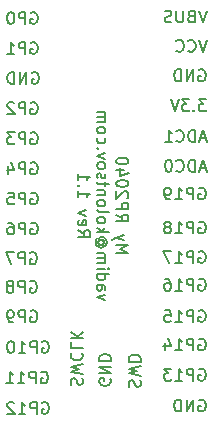
<source format=gbr>
%TF.GenerationSoftware,KiCad,Pcbnew,8.0.0*%
%TF.CreationDate,2024-02-27T23:55:06+02:00*%
%TF.ProjectId,my-rp2040,6d792d72-7032-4303-9430-2e6b69636164,rev?*%
%TF.SameCoordinates,PX555a960PY4fdec70*%
%TF.FileFunction,Legend,Bot*%
%TF.FilePolarity,Positive*%
%FSLAX46Y46*%
G04 Gerber Fmt 4.6, Leading zero omitted, Abs format (unit mm)*
G04 Created by KiCad (PCBNEW 8.0.0) date 2024-02-27 23:55:06*
%MOMM*%
%LPD*%
G01*
G04 APERTURE LIST*
%ADD10C,0.150000*%
%ADD11R,1.700000X1.700000*%
%ADD12O,1.700000X1.700000*%
%ADD13C,1.700000*%
%ADD14C,0.650000*%
%ADD15O,1.000000X2.100000*%
%ADD16O,1.000000X1.600000*%
G04 APERTURE END LIST*
D10*
X5629411Y14932562D02*
X5724649Y14980181D01*
X5724649Y14980181D02*
X5867506Y14980181D01*
X5867506Y14980181D02*
X6010363Y14932562D01*
X6010363Y14932562D02*
X6105601Y14837324D01*
X6105601Y14837324D02*
X6153220Y14742086D01*
X6153220Y14742086D02*
X6200839Y14551610D01*
X6200839Y14551610D02*
X6200839Y14408753D01*
X6200839Y14408753D02*
X6153220Y14218277D01*
X6153220Y14218277D02*
X6105601Y14123039D01*
X6105601Y14123039D02*
X6010363Y14027800D01*
X6010363Y14027800D02*
X5867506Y13980181D01*
X5867506Y13980181D02*
X5772268Y13980181D01*
X5772268Y13980181D02*
X5629411Y14027800D01*
X5629411Y14027800D02*
X5581792Y14075420D01*
X5581792Y14075420D02*
X5581792Y14408753D01*
X5581792Y14408753D02*
X5772268Y14408753D01*
X5153220Y13980181D02*
X5153220Y14980181D01*
X5153220Y14980181D02*
X4772268Y14980181D01*
X4772268Y14980181D02*
X4677030Y14932562D01*
X4677030Y14932562D02*
X4629411Y14884943D01*
X4629411Y14884943D02*
X4581792Y14789705D01*
X4581792Y14789705D02*
X4581792Y14646848D01*
X4581792Y14646848D02*
X4629411Y14551610D01*
X4629411Y14551610D02*
X4677030Y14503991D01*
X4677030Y14503991D02*
X4772268Y14456372D01*
X4772268Y14456372D02*
X5153220Y14456372D01*
X4248458Y14980181D02*
X3581792Y14980181D01*
X3581792Y14980181D02*
X4010363Y13980181D01*
X6649411Y7422562D02*
X6744649Y7470181D01*
X6744649Y7470181D02*
X6887506Y7470181D01*
X6887506Y7470181D02*
X7030363Y7422562D01*
X7030363Y7422562D02*
X7125601Y7327324D01*
X7125601Y7327324D02*
X7173220Y7232086D01*
X7173220Y7232086D02*
X7220839Y7041610D01*
X7220839Y7041610D02*
X7220839Y6898753D01*
X7220839Y6898753D02*
X7173220Y6708277D01*
X7173220Y6708277D02*
X7125601Y6613039D01*
X7125601Y6613039D02*
X7030363Y6517800D01*
X7030363Y6517800D02*
X6887506Y6470181D01*
X6887506Y6470181D02*
X6792268Y6470181D01*
X6792268Y6470181D02*
X6649411Y6517800D01*
X6649411Y6517800D02*
X6601792Y6565420D01*
X6601792Y6565420D02*
X6601792Y6898753D01*
X6601792Y6898753D02*
X6792268Y6898753D01*
X6173220Y6470181D02*
X6173220Y7470181D01*
X6173220Y7470181D02*
X5792268Y7470181D01*
X5792268Y7470181D02*
X5697030Y7422562D01*
X5697030Y7422562D02*
X5649411Y7374943D01*
X5649411Y7374943D02*
X5601792Y7279705D01*
X5601792Y7279705D02*
X5601792Y7136848D01*
X5601792Y7136848D02*
X5649411Y7041610D01*
X5649411Y7041610D02*
X5697030Y6993991D01*
X5697030Y6993991D02*
X5792268Y6946372D01*
X5792268Y6946372D02*
X6173220Y6946372D01*
X4649411Y6470181D02*
X5220839Y6470181D01*
X4935125Y6470181D02*
X4935125Y7470181D01*
X4935125Y7470181D02*
X5030363Y7327324D01*
X5030363Y7327324D02*
X5125601Y7232086D01*
X5125601Y7232086D02*
X5220839Y7184467D01*
X4030363Y7470181D02*
X3935125Y7470181D01*
X3935125Y7470181D02*
X3839887Y7422562D01*
X3839887Y7422562D02*
X3792268Y7374943D01*
X3792268Y7374943D02*
X3744649Y7279705D01*
X3744649Y7279705D02*
X3697030Y7089229D01*
X3697030Y7089229D02*
X3697030Y6851134D01*
X3697030Y6851134D02*
X3744649Y6660658D01*
X3744649Y6660658D02*
X3792268Y6565420D01*
X3792268Y6565420D02*
X3839887Y6517800D01*
X3839887Y6517800D02*
X3935125Y6470181D01*
X3935125Y6470181D02*
X4030363Y6470181D01*
X4030363Y6470181D02*
X4125601Y6517800D01*
X4125601Y6517800D02*
X4173220Y6565420D01*
X4173220Y6565420D02*
X4220839Y6660658D01*
X4220839Y6660658D02*
X4268458Y6851134D01*
X4268458Y6851134D02*
X4268458Y7089229D01*
X4268458Y7089229D02*
X4220839Y7279705D01*
X4220839Y7279705D02*
X4173220Y7374943D01*
X4173220Y7374943D02*
X4125601Y7422562D01*
X4125601Y7422562D02*
X4030363Y7470181D01*
X20490839Y24615896D02*
X20014649Y24615896D01*
X20586077Y24330181D02*
X20252744Y25330181D01*
X20252744Y25330181D02*
X19919411Y24330181D01*
X19586077Y24330181D02*
X19586077Y25330181D01*
X19586077Y25330181D02*
X19347982Y25330181D01*
X19347982Y25330181D02*
X19205125Y25282562D01*
X19205125Y25282562D02*
X19109887Y25187324D01*
X19109887Y25187324D02*
X19062268Y25092086D01*
X19062268Y25092086D02*
X19014649Y24901610D01*
X19014649Y24901610D02*
X19014649Y24758753D01*
X19014649Y24758753D02*
X19062268Y24568277D01*
X19062268Y24568277D02*
X19109887Y24473039D01*
X19109887Y24473039D02*
X19205125Y24377800D01*
X19205125Y24377800D02*
X19347982Y24330181D01*
X19347982Y24330181D02*
X19586077Y24330181D01*
X18014649Y24425420D02*
X18062268Y24377800D01*
X18062268Y24377800D02*
X18205125Y24330181D01*
X18205125Y24330181D02*
X18300363Y24330181D01*
X18300363Y24330181D02*
X18443220Y24377800D01*
X18443220Y24377800D02*
X18538458Y24473039D01*
X18538458Y24473039D02*
X18586077Y24568277D01*
X18586077Y24568277D02*
X18633696Y24758753D01*
X18633696Y24758753D02*
X18633696Y24901610D01*
X18633696Y24901610D02*
X18586077Y25092086D01*
X18586077Y25092086D02*
X18538458Y25187324D01*
X18538458Y25187324D02*
X18443220Y25282562D01*
X18443220Y25282562D02*
X18300363Y25330181D01*
X18300363Y25330181D02*
X18205125Y25330181D01*
X18205125Y25330181D02*
X18062268Y25282562D01*
X18062268Y25282562D02*
X18014649Y25234943D01*
X17062268Y24330181D02*
X17633696Y24330181D01*
X17347982Y24330181D02*
X17347982Y25330181D01*
X17347982Y25330181D02*
X17443220Y25187324D01*
X17443220Y25187324D02*
X17538458Y25092086D01*
X17538458Y25092086D02*
X17633696Y25044467D01*
X20490839Y22085896D02*
X20014649Y22085896D01*
X20586077Y21800181D02*
X20252744Y22800181D01*
X20252744Y22800181D02*
X19919411Y21800181D01*
X19586077Y21800181D02*
X19586077Y22800181D01*
X19586077Y22800181D02*
X19347982Y22800181D01*
X19347982Y22800181D02*
X19205125Y22752562D01*
X19205125Y22752562D02*
X19109887Y22657324D01*
X19109887Y22657324D02*
X19062268Y22562086D01*
X19062268Y22562086D02*
X19014649Y22371610D01*
X19014649Y22371610D02*
X19014649Y22228753D01*
X19014649Y22228753D02*
X19062268Y22038277D01*
X19062268Y22038277D02*
X19109887Y21943039D01*
X19109887Y21943039D02*
X19205125Y21847800D01*
X19205125Y21847800D02*
X19347982Y21800181D01*
X19347982Y21800181D02*
X19586077Y21800181D01*
X18014649Y21895420D02*
X18062268Y21847800D01*
X18062268Y21847800D02*
X18205125Y21800181D01*
X18205125Y21800181D02*
X18300363Y21800181D01*
X18300363Y21800181D02*
X18443220Y21847800D01*
X18443220Y21847800D02*
X18538458Y21943039D01*
X18538458Y21943039D02*
X18586077Y22038277D01*
X18586077Y22038277D02*
X18633696Y22228753D01*
X18633696Y22228753D02*
X18633696Y22371610D01*
X18633696Y22371610D02*
X18586077Y22562086D01*
X18586077Y22562086D02*
X18538458Y22657324D01*
X18538458Y22657324D02*
X18443220Y22752562D01*
X18443220Y22752562D02*
X18300363Y22800181D01*
X18300363Y22800181D02*
X18205125Y22800181D01*
X18205125Y22800181D02*
X18062268Y22752562D01*
X18062268Y22752562D02*
X18014649Y22704943D01*
X17395601Y22800181D02*
X17300363Y22800181D01*
X17300363Y22800181D02*
X17205125Y22752562D01*
X17205125Y22752562D02*
X17157506Y22704943D01*
X17157506Y22704943D02*
X17109887Y22609705D01*
X17109887Y22609705D02*
X17062268Y22419229D01*
X17062268Y22419229D02*
X17062268Y22181134D01*
X17062268Y22181134D02*
X17109887Y21990658D01*
X17109887Y21990658D02*
X17157506Y21895420D01*
X17157506Y21895420D02*
X17205125Y21847800D01*
X17205125Y21847800D02*
X17300363Y21800181D01*
X17300363Y21800181D02*
X17395601Y21800181D01*
X17395601Y21800181D02*
X17490839Y21847800D01*
X17490839Y21847800D02*
X17538458Y21895420D01*
X17538458Y21895420D02*
X17586077Y21990658D01*
X17586077Y21990658D02*
X17633696Y22181134D01*
X17633696Y22181134D02*
X17633696Y22419229D01*
X17633696Y22419229D02*
X17586077Y22609705D01*
X17586077Y22609705D02*
X17538458Y22704943D01*
X17538458Y22704943D02*
X17490839Y22752562D01*
X17490839Y22752562D02*
X17395601Y22800181D01*
X19919411Y2452562D02*
X20014649Y2500181D01*
X20014649Y2500181D02*
X20157506Y2500181D01*
X20157506Y2500181D02*
X20300363Y2452562D01*
X20300363Y2452562D02*
X20395601Y2357324D01*
X20395601Y2357324D02*
X20443220Y2262086D01*
X20443220Y2262086D02*
X20490839Y2071610D01*
X20490839Y2071610D02*
X20490839Y1928753D01*
X20490839Y1928753D02*
X20443220Y1738277D01*
X20443220Y1738277D02*
X20395601Y1643039D01*
X20395601Y1643039D02*
X20300363Y1547800D01*
X20300363Y1547800D02*
X20157506Y1500181D01*
X20157506Y1500181D02*
X20062268Y1500181D01*
X20062268Y1500181D02*
X19919411Y1547800D01*
X19919411Y1547800D02*
X19871792Y1595420D01*
X19871792Y1595420D02*
X19871792Y1928753D01*
X19871792Y1928753D02*
X20062268Y1928753D01*
X19443220Y1500181D02*
X19443220Y2500181D01*
X19443220Y2500181D02*
X18871792Y1500181D01*
X18871792Y1500181D02*
X18871792Y2500181D01*
X18395601Y1500181D02*
X18395601Y2500181D01*
X18395601Y2500181D02*
X18157506Y2500181D01*
X18157506Y2500181D02*
X18014649Y2452562D01*
X18014649Y2452562D02*
X17919411Y2357324D01*
X17919411Y2357324D02*
X17871792Y2262086D01*
X17871792Y2262086D02*
X17824173Y2071610D01*
X17824173Y2071610D02*
X17824173Y1928753D01*
X17824173Y1928753D02*
X17871792Y1738277D01*
X17871792Y1738277D02*
X17919411Y1643039D01*
X17919411Y1643039D02*
X18014649Y1547800D01*
X18014649Y1547800D02*
X18157506Y1500181D01*
X18157506Y1500181D02*
X18395601Y1500181D01*
X14027800Y3589161D02*
X13980180Y3732018D01*
X13980180Y3732018D02*
X13980180Y3970113D01*
X13980180Y3970113D02*
X14027800Y4065351D01*
X14027800Y4065351D02*
X14075419Y4112970D01*
X14075419Y4112970D02*
X14170657Y4160589D01*
X14170657Y4160589D02*
X14265895Y4160589D01*
X14265895Y4160589D02*
X14361133Y4112970D01*
X14361133Y4112970D02*
X14408752Y4065351D01*
X14408752Y4065351D02*
X14456371Y3970113D01*
X14456371Y3970113D02*
X14503990Y3779637D01*
X14503990Y3779637D02*
X14551609Y3684399D01*
X14551609Y3684399D02*
X14599228Y3636780D01*
X14599228Y3636780D02*
X14694466Y3589161D01*
X14694466Y3589161D02*
X14789704Y3589161D01*
X14789704Y3589161D02*
X14884942Y3636780D01*
X14884942Y3636780D02*
X14932561Y3684399D01*
X14932561Y3684399D02*
X14980180Y3779637D01*
X14980180Y3779637D02*
X14980180Y4017732D01*
X14980180Y4017732D02*
X14932561Y4160589D01*
X14980180Y4493923D02*
X13980180Y4732018D01*
X13980180Y4732018D02*
X14694466Y4922494D01*
X14694466Y4922494D02*
X13980180Y5112970D01*
X13980180Y5112970D02*
X14980180Y5351065D01*
X13980180Y5732018D02*
X14980180Y5732018D01*
X14980180Y5732018D02*
X14980180Y5970113D01*
X14980180Y5970113D02*
X14932561Y6112970D01*
X14932561Y6112970D02*
X14837323Y6208208D01*
X14837323Y6208208D02*
X14742085Y6255827D01*
X14742085Y6255827D02*
X14551609Y6303446D01*
X14551609Y6303446D02*
X14408752Y6303446D01*
X14408752Y6303446D02*
X14218276Y6255827D01*
X14218276Y6255827D02*
X14123038Y6208208D01*
X14123038Y6208208D02*
X14027800Y6112970D01*
X14027800Y6112970D02*
X13980180Y5970113D01*
X13980180Y5970113D02*
X13980180Y5732018D01*
X6559411Y4832562D02*
X6654649Y4880181D01*
X6654649Y4880181D02*
X6797506Y4880181D01*
X6797506Y4880181D02*
X6940363Y4832562D01*
X6940363Y4832562D02*
X7035601Y4737324D01*
X7035601Y4737324D02*
X7083220Y4642086D01*
X7083220Y4642086D02*
X7130839Y4451610D01*
X7130839Y4451610D02*
X7130839Y4308753D01*
X7130839Y4308753D02*
X7083220Y4118277D01*
X7083220Y4118277D02*
X7035601Y4023039D01*
X7035601Y4023039D02*
X6940363Y3927800D01*
X6940363Y3927800D02*
X6797506Y3880181D01*
X6797506Y3880181D02*
X6702268Y3880181D01*
X6702268Y3880181D02*
X6559411Y3927800D01*
X6559411Y3927800D02*
X6511792Y3975420D01*
X6511792Y3975420D02*
X6511792Y4308753D01*
X6511792Y4308753D02*
X6702268Y4308753D01*
X6083220Y3880181D02*
X6083220Y4880181D01*
X6083220Y4880181D02*
X5702268Y4880181D01*
X5702268Y4880181D02*
X5607030Y4832562D01*
X5607030Y4832562D02*
X5559411Y4784943D01*
X5559411Y4784943D02*
X5511792Y4689705D01*
X5511792Y4689705D02*
X5511792Y4546848D01*
X5511792Y4546848D02*
X5559411Y4451610D01*
X5559411Y4451610D02*
X5607030Y4403991D01*
X5607030Y4403991D02*
X5702268Y4356372D01*
X5702268Y4356372D02*
X6083220Y4356372D01*
X4559411Y3880181D02*
X5130839Y3880181D01*
X4845125Y3880181D02*
X4845125Y4880181D01*
X4845125Y4880181D02*
X4940363Y4737324D01*
X4940363Y4737324D02*
X5035601Y4642086D01*
X5035601Y4642086D02*
X5130839Y4594467D01*
X3607030Y3880181D02*
X4178458Y3880181D01*
X3892744Y3880181D02*
X3892744Y4880181D01*
X3892744Y4880181D02*
X3987982Y4737324D01*
X3987982Y4737324D02*
X4083220Y4642086D01*
X4083220Y4642086D02*
X4178458Y4594467D01*
X6649411Y2242562D02*
X6744649Y2290181D01*
X6744649Y2290181D02*
X6887506Y2290181D01*
X6887506Y2290181D02*
X7030363Y2242562D01*
X7030363Y2242562D02*
X7125601Y2147324D01*
X7125601Y2147324D02*
X7173220Y2052086D01*
X7173220Y2052086D02*
X7220839Y1861610D01*
X7220839Y1861610D02*
X7220839Y1718753D01*
X7220839Y1718753D02*
X7173220Y1528277D01*
X7173220Y1528277D02*
X7125601Y1433039D01*
X7125601Y1433039D02*
X7030363Y1337800D01*
X7030363Y1337800D02*
X6887506Y1290181D01*
X6887506Y1290181D02*
X6792268Y1290181D01*
X6792268Y1290181D02*
X6649411Y1337800D01*
X6649411Y1337800D02*
X6601792Y1385420D01*
X6601792Y1385420D02*
X6601792Y1718753D01*
X6601792Y1718753D02*
X6792268Y1718753D01*
X6173220Y1290181D02*
X6173220Y2290181D01*
X6173220Y2290181D02*
X5792268Y2290181D01*
X5792268Y2290181D02*
X5697030Y2242562D01*
X5697030Y2242562D02*
X5649411Y2194943D01*
X5649411Y2194943D02*
X5601792Y2099705D01*
X5601792Y2099705D02*
X5601792Y1956848D01*
X5601792Y1956848D02*
X5649411Y1861610D01*
X5649411Y1861610D02*
X5697030Y1813991D01*
X5697030Y1813991D02*
X5792268Y1766372D01*
X5792268Y1766372D02*
X6173220Y1766372D01*
X4649411Y1290181D02*
X5220839Y1290181D01*
X4935125Y1290181D02*
X4935125Y2290181D01*
X4935125Y2290181D02*
X5030363Y2147324D01*
X5030363Y2147324D02*
X5125601Y2052086D01*
X5125601Y2052086D02*
X5220839Y2004467D01*
X4268458Y2194943D02*
X4220839Y2242562D01*
X4220839Y2242562D02*
X4125601Y2290181D01*
X4125601Y2290181D02*
X3887506Y2290181D01*
X3887506Y2290181D02*
X3792268Y2242562D01*
X3792268Y2242562D02*
X3744649Y2194943D01*
X3744649Y2194943D02*
X3697030Y2099705D01*
X3697030Y2099705D02*
X3697030Y2004467D01*
X3697030Y2004467D02*
X3744649Y1861610D01*
X3744649Y1861610D02*
X4316077Y1290181D01*
X4316077Y1290181D02*
X3697030Y1290181D01*
X19919411Y30412562D02*
X20014649Y30460181D01*
X20014649Y30460181D02*
X20157506Y30460181D01*
X20157506Y30460181D02*
X20300363Y30412562D01*
X20300363Y30412562D02*
X20395601Y30317324D01*
X20395601Y30317324D02*
X20443220Y30222086D01*
X20443220Y30222086D02*
X20490839Y30031610D01*
X20490839Y30031610D02*
X20490839Y29888753D01*
X20490839Y29888753D02*
X20443220Y29698277D01*
X20443220Y29698277D02*
X20395601Y29603039D01*
X20395601Y29603039D02*
X20300363Y29507800D01*
X20300363Y29507800D02*
X20157506Y29460181D01*
X20157506Y29460181D02*
X20062268Y29460181D01*
X20062268Y29460181D02*
X19919411Y29507800D01*
X19919411Y29507800D02*
X19871792Y29555420D01*
X19871792Y29555420D02*
X19871792Y29888753D01*
X19871792Y29888753D02*
X20062268Y29888753D01*
X19443220Y29460181D02*
X19443220Y30460181D01*
X19443220Y30460181D02*
X18871792Y29460181D01*
X18871792Y29460181D02*
X18871792Y30460181D01*
X18395601Y29460181D02*
X18395601Y30460181D01*
X18395601Y30460181D02*
X18157506Y30460181D01*
X18157506Y30460181D02*
X18014649Y30412562D01*
X18014649Y30412562D02*
X17919411Y30317324D01*
X17919411Y30317324D02*
X17871792Y30222086D01*
X17871792Y30222086D02*
X17824173Y30031610D01*
X17824173Y30031610D02*
X17824173Y29888753D01*
X17824173Y29888753D02*
X17871792Y29698277D01*
X17871792Y29698277D02*
X17919411Y29603039D01*
X17919411Y29603039D02*
X18014649Y29507800D01*
X18014649Y29507800D02*
X18157506Y29460181D01*
X18157506Y29460181D02*
X18395601Y29460181D01*
X5697030Y35272562D02*
X5792268Y35320181D01*
X5792268Y35320181D02*
X5935125Y35320181D01*
X5935125Y35320181D02*
X6077982Y35272562D01*
X6077982Y35272562D02*
X6173220Y35177324D01*
X6173220Y35177324D02*
X6220839Y35082086D01*
X6220839Y35082086D02*
X6268458Y34891610D01*
X6268458Y34891610D02*
X6268458Y34748753D01*
X6268458Y34748753D02*
X6220839Y34558277D01*
X6220839Y34558277D02*
X6173220Y34463039D01*
X6173220Y34463039D02*
X6077982Y34367800D01*
X6077982Y34367800D02*
X5935125Y34320181D01*
X5935125Y34320181D02*
X5839887Y34320181D01*
X5839887Y34320181D02*
X5697030Y34367800D01*
X5697030Y34367800D02*
X5649411Y34415420D01*
X5649411Y34415420D02*
X5649411Y34748753D01*
X5649411Y34748753D02*
X5839887Y34748753D01*
X5220839Y34320181D02*
X5220839Y35320181D01*
X5220839Y35320181D02*
X4839887Y35320181D01*
X4839887Y35320181D02*
X4744649Y35272562D01*
X4744649Y35272562D02*
X4697030Y35224943D01*
X4697030Y35224943D02*
X4649411Y35129705D01*
X4649411Y35129705D02*
X4649411Y34986848D01*
X4649411Y34986848D02*
X4697030Y34891610D01*
X4697030Y34891610D02*
X4744649Y34843991D01*
X4744649Y34843991D02*
X4839887Y34796372D01*
X4839887Y34796372D02*
X5220839Y34796372D01*
X4030363Y35320181D02*
X3935125Y35320181D01*
X3935125Y35320181D02*
X3839887Y35272562D01*
X3839887Y35272562D02*
X3792268Y35224943D01*
X3792268Y35224943D02*
X3744649Y35129705D01*
X3744649Y35129705D02*
X3697030Y34939229D01*
X3697030Y34939229D02*
X3697030Y34701134D01*
X3697030Y34701134D02*
X3744649Y34510658D01*
X3744649Y34510658D02*
X3792268Y34415420D01*
X3792268Y34415420D02*
X3839887Y34367800D01*
X3839887Y34367800D02*
X3935125Y34320181D01*
X3935125Y34320181D02*
X4030363Y34320181D01*
X4030363Y34320181D02*
X4125601Y34367800D01*
X4125601Y34367800D02*
X4173220Y34415420D01*
X4173220Y34415420D02*
X4220839Y34510658D01*
X4220839Y34510658D02*
X4268458Y34701134D01*
X4268458Y34701134D02*
X4268458Y34939229D01*
X4268458Y34939229D02*
X4220839Y35129705D01*
X4220839Y35129705D02*
X4173220Y35224943D01*
X4173220Y35224943D02*
X4125601Y35272562D01*
X4125601Y35272562D02*
X4030363Y35320181D01*
X12920068Y14940001D02*
X13920068Y14940001D01*
X13920068Y14940001D02*
X13205783Y15273334D01*
X13205783Y15273334D02*
X13920068Y15606667D01*
X13920068Y15606667D02*
X12920068Y15606667D01*
X13586735Y15987620D02*
X12920068Y16225715D01*
X13586735Y16463810D02*
X12920068Y16225715D01*
X12920068Y16225715D02*
X12681973Y16130477D01*
X12681973Y16130477D02*
X12634354Y16082858D01*
X12634354Y16082858D02*
X12586735Y15987620D01*
X12920068Y18178096D02*
X13396259Y17844763D01*
X12920068Y17606668D02*
X13920068Y17606668D01*
X13920068Y17606668D02*
X13920068Y17987620D01*
X13920068Y17987620D02*
X13872449Y18082858D01*
X13872449Y18082858D02*
X13824830Y18130477D01*
X13824830Y18130477D02*
X13729592Y18178096D01*
X13729592Y18178096D02*
X13586735Y18178096D01*
X13586735Y18178096D02*
X13491497Y18130477D01*
X13491497Y18130477D02*
X13443878Y18082858D01*
X13443878Y18082858D02*
X13396259Y17987620D01*
X13396259Y17987620D02*
X13396259Y17606668D01*
X12920068Y18606668D02*
X13920068Y18606668D01*
X13920068Y18606668D02*
X13920068Y18987620D01*
X13920068Y18987620D02*
X13872449Y19082858D01*
X13872449Y19082858D02*
X13824830Y19130477D01*
X13824830Y19130477D02*
X13729592Y19178096D01*
X13729592Y19178096D02*
X13586735Y19178096D01*
X13586735Y19178096D02*
X13491497Y19130477D01*
X13491497Y19130477D02*
X13443878Y19082858D01*
X13443878Y19082858D02*
X13396259Y18987620D01*
X13396259Y18987620D02*
X13396259Y18606668D01*
X13824830Y19559049D02*
X13872449Y19606668D01*
X13872449Y19606668D02*
X13920068Y19701906D01*
X13920068Y19701906D02*
X13920068Y19940001D01*
X13920068Y19940001D02*
X13872449Y20035239D01*
X13872449Y20035239D02*
X13824830Y20082858D01*
X13824830Y20082858D02*
X13729592Y20130477D01*
X13729592Y20130477D02*
X13634354Y20130477D01*
X13634354Y20130477D02*
X13491497Y20082858D01*
X13491497Y20082858D02*
X12920068Y19511430D01*
X12920068Y19511430D02*
X12920068Y20130477D01*
X13920068Y20749525D02*
X13920068Y20844763D01*
X13920068Y20844763D02*
X13872449Y20940001D01*
X13872449Y20940001D02*
X13824830Y20987620D01*
X13824830Y20987620D02*
X13729592Y21035239D01*
X13729592Y21035239D02*
X13539116Y21082858D01*
X13539116Y21082858D02*
X13301021Y21082858D01*
X13301021Y21082858D02*
X13110545Y21035239D01*
X13110545Y21035239D02*
X13015307Y20987620D01*
X13015307Y20987620D02*
X12967688Y20940001D01*
X12967688Y20940001D02*
X12920068Y20844763D01*
X12920068Y20844763D02*
X12920068Y20749525D01*
X12920068Y20749525D02*
X12967688Y20654287D01*
X12967688Y20654287D02*
X13015307Y20606668D01*
X13015307Y20606668D02*
X13110545Y20559049D01*
X13110545Y20559049D02*
X13301021Y20511430D01*
X13301021Y20511430D02*
X13539116Y20511430D01*
X13539116Y20511430D02*
X13729592Y20559049D01*
X13729592Y20559049D02*
X13824830Y20606668D01*
X13824830Y20606668D02*
X13872449Y20654287D01*
X13872449Y20654287D02*
X13920068Y20749525D01*
X13586735Y21940001D02*
X12920068Y21940001D01*
X13967688Y21701906D02*
X13253402Y21463811D01*
X13253402Y21463811D02*
X13253402Y22082858D01*
X13920068Y22654287D02*
X13920068Y22749525D01*
X13920068Y22749525D02*
X13872449Y22844763D01*
X13872449Y22844763D02*
X13824830Y22892382D01*
X13824830Y22892382D02*
X13729592Y22940001D01*
X13729592Y22940001D02*
X13539116Y22987620D01*
X13539116Y22987620D02*
X13301021Y22987620D01*
X13301021Y22987620D02*
X13110545Y22940001D01*
X13110545Y22940001D02*
X13015307Y22892382D01*
X13015307Y22892382D02*
X12967688Y22844763D01*
X12967688Y22844763D02*
X12920068Y22749525D01*
X12920068Y22749525D02*
X12920068Y22654287D01*
X12920068Y22654287D02*
X12967688Y22559049D01*
X12967688Y22559049D02*
X13015307Y22511430D01*
X13015307Y22511430D02*
X13110545Y22463811D01*
X13110545Y22463811D02*
X13301021Y22416192D01*
X13301021Y22416192D02*
X13539116Y22416192D01*
X13539116Y22416192D02*
X13729592Y22463811D01*
X13729592Y22463811D02*
X13824830Y22511430D01*
X13824830Y22511430D02*
X13872449Y22559049D01*
X13872449Y22559049D02*
X13920068Y22654287D01*
X11976791Y10916191D02*
X11310124Y11154286D01*
X11310124Y11154286D02*
X11976791Y11392381D01*
X11310124Y12201905D02*
X11833934Y12201905D01*
X11833934Y12201905D02*
X11929172Y12154286D01*
X11929172Y12154286D02*
X11976791Y12059048D01*
X11976791Y12059048D02*
X11976791Y11868572D01*
X11976791Y11868572D02*
X11929172Y11773334D01*
X11357744Y12201905D02*
X11310124Y12106667D01*
X11310124Y12106667D02*
X11310124Y11868572D01*
X11310124Y11868572D02*
X11357744Y11773334D01*
X11357744Y11773334D02*
X11452982Y11725715D01*
X11452982Y11725715D02*
X11548220Y11725715D01*
X11548220Y11725715D02*
X11643458Y11773334D01*
X11643458Y11773334D02*
X11691077Y11868572D01*
X11691077Y11868572D02*
X11691077Y12106667D01*
X11691077Y12106667D02*
X11738696Y12201905D01*
X11310124Y13106667D02*
X12310124Y13106667D01*
X11357744Y13106667D02*
X11310124Y13011429D01*
X11310124Y13011429D02*
X11310124Y12820953D01*
X11310124Y12820953D02*
X11357744Y12725715D01*
X11357744Y12725715D02*
X11405363Y12678096D01*
X11405363Y12678096D02*
X11500601Y12630477D01*
X11500601Y12630477D02*
X11786315Y12630477D01*
X11786315Y12630477D02*
X11881553Y12678096D01*
X11881553Y12678096D02*
X11929172Y12725715D01*
X11929172Y12725715D02*
X11976791Y12820953D01*
X11976791Y12820953D02*
X11976791Y13011429D01*
X11976791Y13011429D02*
X11929172Y13106667D01*
X11310124Y13582858D02*
X11976791Y13582858D01*
X12310124Y13582858D02*
X12262505Y13535239D01*
X12262505Y13535239D02*
X12214886Y13582858D01*
X12214886Y13582858D02*
X12262505Y13630477D01*
X12262505Y13630477D02*
X12310124Y13582858D01*
X12310124Y13582858D02*
X12214886Y13582858D01*
X11310124Y14059048D02*
X11976791Y14059048D01*
X11881553Y14059048D02*
X11929172Y14106667D01*
X11929172Y14106667D02*
X11976791Y14201905D01*
X11976791Y14201905D02*
X11976791Y14344762D01*
X11976791Y14344762D02*
X11929172Y14440000D01*
X11929172Y14440000D02*
X11833934Y14487619D01*
X11833934Y14487619D02*
X11310124Y14487619D01*
X11833934Y14487619D02*
X11929172Y14535238D01*
X11929172Y14535238D02*
X11976791Y14630476D01*
X11976791Y14630476D02*
X11976791Y14773333D01*
X11976791Y14773333D02*
X11929172Y14868572D01*
X11929172Y14868572D02*
X11833934Y14916191D01*
X11833934Y14916191D02*
X11310124Y14916191D01*
X11786315Y16011428D02*
X11833934Y15963809D01*
X11833934Y15963809D02*
X11881553Y15868571D01*
X11881553Y15868571D02*
X11881553Y15773333D01*
X11881553Y15773333D02*
X11833934Y15678095D01*
X11833934Y15678095D02*
X11786315Y15630476D01*
X11786315Y15630476D02*
X11691077Y15582857D01*
X11691077Y15582857D02*
X11595839Y15582857D01*
X11595839Y15582857D02*
X11500601Y15630476D01*
X11500601Y15630476D02*
X11452982Y15678095D01*
X11452982Y15678095D02*
X11405363Y15773333D01*
X11405363Y15773333D02*
X11405363Y15868571D01*
X11405363Y15868571D02*
X11452982Y15963809D01*
X11452982Y15963809D02*
X11500601Y16011428D01*
X11881553Y16011428D02*
X11500601Y16011428D01*
X11500601Y16011428D02*
X11452982Y16059047D01*
X11452982Y16059047D02*
X11452982Y16106666D01*
X11452982Y16106666D02*
X11500601Y16201905D01*
X11500601Y16201905D02*
X11595839Y16249524D01*
X11595839Y16249524D02*
X11833934Y16249524D01*
X11833934Y16249524D02*
X11976791Y16154285D01*
X11976791Y16154285D02*
X12072029Y16011428D01*
X12072029Y16011428D02*
X12119648Y15820952D01*
X12119648Y15820952D02*
X12072029Y15630476D01*
X12072029Y15630476D02*
X11976791Y15487619D01*
X11976791Y15487619D02*
X11833934Y15392381D01*
X11833934Y15392381D02*
X11643458Y15344762D01*
X11643458Y15344762D02*
X11452982Y15392381D01*
X11452982Y15392381D02*
X11310124Y15487619D01*
X11310124Y15487619D02*
X11214886Y15630476D01*
X11214886Y15630476D02*
X11167267Y15820952D01*
X11167267Y15820952D02*
X11214886Y16011428D01*
X11214886Y16011428D02*
X11310124Y16154285D01*
X11310124Y16678095D02*
X12310124Y16678095D01*
X11691077Y16773333D02*
X11310124Y17059047D01*
X11976791Y17059047D02*
X11595839Y16678095D01*
X11310124Y17630476D02*
X11357744Y17535238D01*
X11357744Y17535238D02*
X11405363Y17487619D01*
X11405363Y17487619D02*
X11500601Y17440000D01*
X11500601Y17440000D02*
X11786315Y17440000D01*
X11786315Y17440000D02*
X11881553Y17487619D01*
X11881553Y17487619D02*
X11929172Y17535238D01*
X11929172Y17535238D02*
X11976791Y17630476D01*
X11976791Y17630476D02*
X11976791Y17773333D01*
X11976791Y17773333D02*
X11929172Y17868571D01*
X11929172Y17868571D02*
X11881553Y17916190D01*
X11881553Y17916190D02*
X11786315Y17963809D01*
X11786315Y17963809D02*
X11500601Y17963809D01*
X11500601Y17963809D02*
X11405363Y17916190D01*
X11405363Y17916190D02*
X11357744Y17868571D01*
X11357744Y17868571D02*
X11310124Y17773333D01*
X11310124Y17773333D02*
X11310124Y17630476D01*
X11310124Y18535238D02*
X11357744Y18440000D01*
X11357744Y18440000D02*
X11452982Y18392381D01*
X11452982Y18392381D02*
X12310124Y18392381D01*
X11310124Y19059048D02*
X11357744Y18963810D01*
X11357744Y18963810D02*
X11405363Y18916191D01*
X11405363Y18916191D02*
X11500601Y18868572D01*
X11500601Y18868572D02*
X11786315Y18868572D01*
X11786315Y18868572D02*
X11881553Y18916191D01*
X11881553Y18916191D02*
X11929172Y18963810D01*
X11929172Y18963810D02*
X11976791Y19059048D01*
X11976791Y19059048D02*
X11976791Y19201905D01*
X11976791Y19201905D02*
X11929172Y19297143D01*
X11929172Y19297143D02*
X11881553Y19344762D01*
X11881553Y19344762D02*
X11786315Y19392381D01*
X11786315Y19392381D02*
X11500601Y19392381D01*
X11500601Y19392381D02*
X11405363Y19344762D01*
X11405363Y19344762D02*
X11357744Y19297143D01*
X11357744Y19297143D02*
X11310124Y19201905D01*
X11310124Y19201905D02*
X11310124Y19059048D01*
X11976791Y19820953D02*
X11310124Y19820953D01*
X11881553Y19820953D02*
X11929172Y19868572D01*
X11929172Y19868572D02*
X11976791Y19963810D01*
X11976791Y19963810D02*
X11976791Y20106667D01*
X11976791Y20106667D02*
X11929172Y20201905D01*
X11929172Y20201905D02*
X11833934Y20249524D01*
X11833934Y20249524D02*
X11310124Y20249524D01*
X11976791Y20582858D02*
X11976791Y20963810D01*
X12310124Y20725715D02*
X11452982Y20725715D01*
X11452982Y20725715D02*
X11357744Y20773334D01*
X11357744Y20773334D02*
X11310124Y20868572D01*
X11310124Y20868572D02*
X11310124Y20963810D01*
X11357744Y21249525D02*
X11310124Y21344763D01*
X11310124Y21344763D02*
X11310124Y21535239D01*
X11310124Y21535239D02*
X11357744Y21630477D01*
X11357744Y21630477D02*
X11452982Y21678096D01*
X11452982Y21678096D02*
X11500601Y21678096D01*
X11500601Y21678096D02*
X11595839Y21630477D01*
X11595839Y21630477D02*
X11643458Y21535239D01*
X11643458Y21535239D02*
X11643458Y21392382D01*
X11643458Y21392382D02*
X11691077Y21297144D01*
X11691077Y21297144D02*
X11786315Y21249525D01*
X11786315Y21249525D02*
X11833934Y21249525D01*
X11833934Y21249525D02*
X11929172Y21297144D01*
X11929172Y21297144D02*
X11976791Y21392382D01*
X11976791Y21392382D02*
X11976791Y21535239D01*
X11976791Y21535239D02*
X11929172Y21630477D01*
X11310124Y22249525D02*
X11357744Y22154287D01*
X11357744Y22154287D02*
X11405363Y22106668D01*
X11405363Y22106668D02*
X11500601Y22059049D01*
X11500601Y22059049D02*
X11786315Y22059049D01*
X11786315Y22059049D02*
X11881553Y22106668D01*
X11881553Y22106668D02*
X11929172Y22154287D01*
X11929172Y22154287D02*
X11976791Y22249525D01*
X11976791Y22249525D02*
X11976791Y22392382D01*
X11976791Y22392382D02*
X11929172Y22487620D01*
X11929172Y22487620D02*
X11881553Y22535239D01*
X11881553Y22535239D02*
X11786315Y22582858D01*
X11786315Y22582858D02*
X11500601Y22582858D01*
X11500601Y22582858D02*
X11405363Y22535239D01*
X11405363Y22535239D02*
X11357744Y22487620D01*
X11357744Y22487620D02*
X11310124Y22392382D01*
X11310124Y22392382D02*
X11310124Y22249525D01*
X11976791Y22916192D02*
X11310124Y23154287D01*
X11310124Y23154287D02*
X11976791Y23392382D01*
X11405363Y23773335D02*
X11357744Y23820954D01*
X11357744Y23820954D02*
X11310124Y23773335D01*
X11310124Y23773335D02*
X11357744Y23725716D01*
X11357744Y23725716D02*
X11405363Y23773335D01*
X11405363Y23773335D02*
X11310124Y23773335D01*
X11357744Y24678096D02*
X11310124Y24582858D01*
X11310124Y24582858D02*
X11310124Y24392382D01*
X11310124Y24392382D02*
X11357744Y24297144D01*
X11357744Y24297144D02*
X11405363Y24249525D01*
X11405363Y24249525D02*
X11500601Y24201906D01*
X11500601Y24201906D02*
X11786315Y24201906D01*
X11786315Y24201906D02*
X11881553Y24249525D01*
X11881553Y24249525D02*
X11929172Y24297144D01*
X11929172Y24297144D02*
X11976791Y24392382D01*
X11976791Y24392382D02*
X11976791Y24582858D01*
X11976791Y24582858D02*
X11929172Y24678096D01*
X11310124Y25249525D02*
X11357744Y25154287D01*
X11357744Y25154287D02*
X11405363Y25106668D01*
X11405363Y25106668D02*
X11500601Y25059049D01*
X11500601Y25059049D02*
X11786315Y25059049D01*
X11786315Y25059049D02*
X11881553Y25106668D01*
X11881553Y25106668D02*
X11929172Y25154287D01*
X11929172Y25154287D02*
X11976791Y25249525D01*
X11976791Y25249525D02*
X11976791Y25392382D01*
X11976791Y25392382D02*
X11929172Y25487620D01*
X11929172Y25487620D02*
X11881553Y25535239D01*
X11881553Y25535239D02*
X11786315Y25582858D01*
X11786315Y25582858D02*
X11500601Y25582858D01*
X11500601Y25582858D02*
X11405363Y25535239D01*
X11405363Y25535239D02*
X11357744Y25487620D01*
X11357744Y25487620D02*
X11310124Y25392382D01*
X11310124Y25392382D02*
X11310124Y25249525D01*
X11310124Y26011430D02*
X11976791Y26011430D01*
X11881553Y26011430D02*
X11929172Y26059049D01*
X11929172Y26059049D02*
X11976791Y26154287D01*
X11976791Y26154287D02*
X11976791Y26297144D01*
X11976791Y26297144D02*
X11929172Y26392382D01*
X11929172Y26392382D02*
X11833934Y26440001D01*
X11833934Y26440001D02*
X11310124Y26440001D01*
X11833934Y26440001D02*
X11929172Y26487620D01*
X11929172Y26487620D02*
X11976791Y26582858D01*
X11976791Y26582858D02*
X11976791Y26725715D01*
X11976791Y26725715D02*
X11929172Y26820954D01*
X11929172Y26820954D02*
X11833934Y26868573D01*
X11833934Y26868573D02*
X11310124Y26868573D01*
X9700180Y16868572D02*
X10176371Y16535239D01*
X9700180Y16297144D02*
X10700180Y16297144D01*
X10700180Y16297144D02*
X10700180Y16678096D01*
X10700180Y16678096D02*
X10652561Y16773334D01*
X10652561Y16773334D02*
X10604942Y16820953D01*
X10604942Y16820953D02*
X10509704Y16868572D01*
X10509704Y16868572D02*
X10366847Y16868572D01*
X10366847Y16868572D02*
X10271609Y16820953D01*
X10271609Y16820953D02*
X10223990Y16773334D01*
X10223990Y16773334D02*
X10176371Y16678096D01*
X10176371Y16678096D02*
X10176371Y16297144D01*
X9747800Y17678096D02*
X9700180Y17582858D01*
X9700180Y17582858D02*
X9700180Y17392382D01*
X9700180Y17392382D02*
X9747800Y17297144D01*
X9747800Y17297144D02*
X9843038Y17249525D01*
X9843038Y17249525D02*
X10223990Y17249525D01*
X10223990Y17249525D02*
X10319228Y17297144D01*
X10319228Y17297144D02*
X10366847Y17392382D01*
X10366847Y17392382D02*
X10366847Y17582858D01*
X10366847Y17582858D02*
X10319228Y17678096D01*
X10319228Y17678096D02*
X10223990Y17725715D01*
X10223990Y17725715D02*
X10128752Y17725715D01*
X10128752Y17725715D02*
X10033514Y17249525D01*
X10366847Y18059049D02*
X9700180Y18297144D01*
X9700180Y18297144D02*
X10366847Y18535239D01*
X9700180Y20201906D02*
X9700180Y19630478D01*
X9700180Y19916192D02*
X10700180Y19916192D01*
X10700180Y19916192D02*
X10557323Y19820954D01*
X10557323Y19820954D02*
X10462085Y19725716D01*
X10462085Y19725716D02*
X10414466Y19630478D01*
X9795419Y20630478D02*
X9747800Y20678097D01*
X9747800Y20678097D02*
X9700180Y20630478D01*
X9700180Y20630478D02*
X9747800Y20582859D01*
X9747800Y20582859D02*
X9795419Y20630478D01*
X9795419Y20630478D02*
X9700180Y20630478D01*
X9700180Y21630477D02*
X9700180Y21059049D01*
X9700180Y21344763D02*
X10700180Y21344763D01*
X10700180Y21344763D02*
X10557323Y21249525D01*
X10557323Y21249525D02*
X10462085Y21154287D01*
X10462085Y21154287D02*
X10414466Y21059049D01*
X12432561Y4260589D02*
X12480180Y4165351D01*
X12480180Y4165351D02*
X12480180Y4022494D01*
X12480180Y4022494D02*
X12432561Y3879637D01*
X12432561Y3879637D02*
X12337323Y3784399D01*
X12337323Y3784399D02*
X12242085Y3736780D01*
X12242085Y3736780D02*
X12051609Y3689161D01*
X12051609Y3689161D02*
X11908752Y3689161D01*
X11908752Y3689161D02*
X11718276Y3736780D01*
X11718276Y3736780D02*
X11623038Y3784399D01*
X11623038Y3784399D02*
X11527800Y3879637D01*
X11527800Y3879637D02*
X11480180Y4022494D01*
X11480180Y4022494D02*
X11480180Y4117732D01*
X11480180Y4117732D02*
X11527800Y4260589D01*
X11527800Y4260589D02*
X11575419Y4308208D01*
X11575419Y4308208D02*
X11908752Y4308208D01*
X11908752Y4308208D02*
X11908752Y4117732D01*
X11480180Y4736780D02*
X12480180Y4736780D01*
X12480180Y4736780D02*
X11480180Y5308208D01*
X11480180Y5308208D02*
X12480180Y5308208D01*
X11480180Y5784399D02*
X12480180Y5784399D01*
X12480180Y5784399D02*
X12480180Y6022494D01*
X12480180Y6022494D02*
X12432561Y6165351D01*
X12432561Y6165351D02*
X12337323Y6260589D01*
X12337323Y6260589D02*
X12242085Y6308208D01*
X12242085Y6308208D02*
X12051609Y6355827D01*
X12051609Y6355827D02*
X11908752Y6355827D01*
X11908752Y6355827D02*
X11718276Y6308208D01*
X11718276Y6308208D02*
X11623038Y6260589D01*
X11623038Y6260589D02*
X11527800Y6165351D01*
X11527800Y6165351D02*
X11480180Y6022494D01*
X11480180Y6022494D02*
X11480180Y5784399D01*
X19919411Y15022562D02*
X20014649Y15070181D01*
X20014649Y15070181D02*
X20157506Y15070181D01*
X20157506Y15070181D02*
X20300363Y15022562D01*
X20300363Y15022562D02*
X20395601Y14927324D01*
X20395601Y14927324D02*
X20443220Y14832086D01*
X20443220Y14832086D02*
X20490839Y14641610D01*
X20490839Y14641610D02*
X20490839Y14498753D01*
X20490839Y14498753D02*
X20443220Y14308277D01*
X20443220Y14308277D02*
X20395601Y14213039D01*
X20395601Y14213039D02*
X20300363Y14117800D01*
X20300363Y14117800D02*
X20157506Y14070181D01*
X20157506Y14070181D02*
X20062268Y14070181D01*
X20062268Y14070181D02*
X19919411Y14117800D01*
X19919411Y14117800D02*
X19871792Y14165420D01*
X19871792Y14165420D02*
X19871792Y14498753D01*
X19871792Y14498753D02*
X20062268Y14498753D01*
X19443220Y14070181D02*
X19443220Y15070181D01*
X19443220Y15070181D02*
X19062268Y15070181D01*
X19062268Y15070181D02*
X18967030Y15022562D01*
X18967030Y15022562D02*
X18919411Y14974943D01*
X18919411Y14974943D02*
X18871792Y14879705D01*
X18871792Y14879705D02*
X18871792Y14736848D01*
X18871792Y14736848D02*
X18919411Y14641610D01*
X18919411Y14641610D02*
X18967030Y14593991D01*
X18967030Y14593991D02*
X19062268Y14546372D01*
X19062268Y14546372D02*
X19443220Y14546372D01*
X17919411Y14070181D02*
X18490839Y14070181D01*
X18205125Y14070181D02*
X18205125Y15070181D01*
X18205125Y15070181D02*
X18300363Y14927324D01*
X18300363Y14927324D02*
X18395601Y14832086D01*
X18395601Y14832086D02*
X18490839Y14784467D01*
X17586077Y15070181D02*
X16919411Y15070181D01*
X16919411Y15070181D02*
X17347982Y14070181D01*
X19919411Y7622562D02*
X20014649Y7670181D01*
X20014649Y7670181D02*
X20157506Y7670181D01*
X20157506Y7670181D02*
X20300363Y7622562D01*
X20300363Y7622562D02*
X20395601Y7527324D01*
X20395601Y7527324D02*
X20443220Y7432086D01*
X20443220Y7432086D02*
X20490839Y7241610D01*
X20490839Y7241610D02*
X20490839Y7098753D01*
X20490839Y7098753D02*
X20443220Y6908277D01*
X20443220Y6908277D02*
X20395601Y6813039D01*
X20395601Y6813039D02*
X20300363Y6717800D01*
X20300363Y6717800D02*
X20157506Y6670181D01*
X20157506Y6670181D02*
X20062268Y6670181D01*
X20062268Y6670181D02*
X19919411Y6717800D01*
X19919411Y6717800D02*
X19871792Y6765420D01*
X19871792Y6765420D02*
X19871792Y7098753D01*
X19871792Y7098753D02*
X20062268Y7098753D01*
X19443220Y6670181D02*
X19443220Y7670181D01*
X19443220Y7670181D02*
X19062268Y7670181D01*
X19062268Y7670181D02*
X18967030Y7622562D01*
X18967030Y7622562D02*
X18919411Y7574943D01*
X18919411Y7574943D02*
X18871792Y7479705D01*
X18871792Y7479705D02*
X18871792Y7336848D01*
X18871792Y7336848D02*
X18919411Y7241610D01*
X18919411Y7241610D02*
X18967030Y7193991D01*
X18967030Y7193991D02*
X19062268Y7146372D01*
X19062268Y7146372D02*
X19443220Y7146372D01*
X17919411Y6670181D02*
X18490839Y6670181D01*
X18205125Y6670181D02*
X18205125Y7670181D01*
X18205125Y7670181D02*
X18300363Y7527324D01*
X18300363Y7527324D02*
X18395601Y7432086D01*
X18395601Y7432086D02*
X18490839Y7384467D01*
X17062268Y7336848D02*
X17062268Y6670181D01*
X17300363Y7717800D02*
X17538458Y7003515D01*
X17538458Y7003515D02*
X16919411Y7003515D01*
X5697030Y19991024D02*
X5792268Y20038643D01*
X5792268Y20038643D02*
X5935125Y20038643D01*
X5935125Y20038643D02*
X6077982Y19991024D01*
X6077982Y19991024D02*
X6173220Y19895786D01*
X6173220Y19895786D02*
X6220839Y19800548D01*
X6220839Y19800548D02*
X6268458Y19610072D01*
X6268458Y19610072D02*
X6268458Y19467215D01*
X6268458Y19467215D02*
X6220839Y19276739D01*
X6220839Y19276739D02*
X6173220Y19181501D01*
X6173220Y19181501D02*
X6077982Y19086262D01*
X6077982Y19086262D02*
X5935125Y19038643D01*
X5935125Y19038643D02*
X5839887Y19038643D01*
X5839887Y19038643D02*
X5697030Y19086262D01*
X5697030Y19086262D02*
X5649411Y19133882D01*
X5649411Y19133882D02*
X5649411Y19467215D01*
X5649411Y19467215D02*
X5839887Y19467215D01*
X5220839Y19038643D02*
X5220839Y20038643D01*
X5220839Y20038643D02*
X4839887Y20038643D01*
X4839887Y20038643D02*
X4744649Y19991024D01*
X4744649Y19991024D02*
X4697030Y19943405D01*
X4697030Y19943405D02*
X4649411Y19848167D01*
X4649411Y19848167D02*
X4649411Y19705310D01*
X4649411Y19705310D02*
X4697030Y19610072D01*
X4697030Y19610072D02*
X4744649Y19562453D01*
X4744649Y19562453D02*
X4839887Y19514834D01*
X4839887Y19514834D02*
X5220839Y19514834D01*
X3744649Y20038643D02*
X4220839Y20038643D01*
X4220839Y20038643D02*
X4268458Y19562453D01*
X4268458Y19562453D02*
X4220839Y19610072D01*
X4220839Y19610072D02*
X4125601Y19657691D01*
X4125601Y19657691D02*
X3887506Y19657691D01*
X3887506Y19657691D02*
X3792268Y19610072D01*
X3792268Y19610072D02*
X3744649Y19562453D01*
X3744649Y19562453D02*
X3697030Y19467215D01*
X3697030Y19467215D02*
X3697030Y19229120D01*
X3697030Y19229120D02*
X3744649Y19133882D01*
X3744649Y19133882D02*
X3792268Y19086262D01*
X3792268Y19086262D02*
X3887506Y19038643D01*
X3887506Y19038643D02*
X4125601Y19038643D01*
X4125601Y19038643D02*
X4220839Y19086262D01*
X4220839Y19086262D02*
X4268458Y19133882D01*
X5629411Y12512562D02*
X5724649Y12560181D01*
X5724649Y12560181D02*
X5867506Y12560181D01*
X5867506Y12560181D02*
X6010363Y12512562D01*
X6010363Y12512562D02*
X6105601Y12417324D01*
X6105601Y12417324D02*
X6153220Y12322086D01*
X6153220Y12322086D02*
X6200839Y12131610D01*
X6200839Y12131610D02*
X6200839Y11988753D01*
X6200839Y11988753D02*
X6153220Y11798277D01*
X6153220Y11798277D02*
X6105601Y11703039D01*
X6105601Y11703039D02*
X6010363Y11607800D01*
X6010363Y11607800D02*
X5867506Y11560181D01*
X5867506Y11560181D02*
X5772268Y11560181D01*
X5772268Y11560181D02*
X5629411Y11607800D01*
X5629411Y11607800D02*
X5581792Y11655420D01*
X5581792Y11655420D02*
X5581792Y11988753D01*
X5581792Y11988753D02*
X5772268Y11988753D01*
X5153220Y11560181D02*
X5153220Y12560181D01*
X5153220Y12560181D02*
X4772268Y12560181D01*
X4772268Y12560181D02*
X4677030Y12512562D01*
X4677030Y12512562D02*
X4629411Y12464943D01*
X4629411Y12464943D02*
X4581792Y12369705D01*
X4581792Y12369705D02*
X4581792Y12226848D01*
X4581792Y12226848D02*
X4629411Y12131610D01*
X4629411Y12131610D02*
X4677030Y12083991D01*
X4677030Y12083991D02*
X4772268Y12036372D01*
X4772268Y12036372D02*
X5153220Y12036372D01*
X4010363Y12131610D02*
X4105601Y12179229D01*
X4105601Y12179229D02*
X4153220Y12226848D01*
X4153220Y12226848D02*
X4200839Y12322086D01*
X4200839Y12322086D02*
X4200839Y12369705D01*
X4200839Y12369705D02*
X4153220Y12464943D01*
X4153220Y12464943D02*
X4105601Y12512562D01*
X4105601Y12512562D02*
X4010363Y12560181D01*
X4010363Y12560181D02*
X3819887Y12560181D01*
X3819887Y12560181D02*
X3724649Y12512562D01*
X3724649Y12512562D02*
X3677030Y12464943D01*
X3677030Y12464943D02*
X3629411Y12369705D01*
X3629411Y12369705D02*
X3629411Y12322086D01*
X3629411Y12322086D02*
X3677030Y12226848D01*
X3677030Y12226848D02*
X3724649Y12179229D01*
X3724649Y12179229D02*
X3819887Y12131610D01*
X3819887Y12131610D02*
X4010363Y12131610D01*
X4010363Y12131610D02*
X4105601Y12083991D01*
X4105601Y12083991D02*
X4153220Y12036372D01*
X4153220Y12036372D02*
X4200839Y11941134D01*
X4200839Y11941134D02*
X4200839Y11750658D01*
X4200839Y11750658D02*
X4153220Y11655420D01*
X4153220Y11655420D02*
X4105601Y11607800D01*
X4105601Y11607800D02*
X4010363Y11560181D01*
X4010363Y11560181D02*
X3819887Y11560181D01*
X3819887Y11560181D02*
X3724649Y11607800D01*
X3724649Y11607800D02*
X3677030Y11655420D01*
X3677030Y11655420D02*
X3629411Y11750658D01*
X3629411Y11750658D02*
X3629411Y11941134D01*
X3629411Y11941134D02*
X3677030Y12036372D01*
X3677030Y12036372D02*
X3724649Y12083991D01*
X3724649Y12083991D02*
X3819887Y12131610D01*
X19919411Y17532562D02*
X20014649Y17580181D01*
X20014649Y17580181D02*
X20157506Y17580181D01*
X20157506Y17580181D02*
X20300363Y17532562D01*
X20300363Y17532562D02*
X20395601Y17437324D01*
X20395601Y17437324D02*
X20443220Y17342086D01*
X20443220Y17342086D02*
X20490839Y17151610D01*
X20490839Y17151610D02*
X20490839Y17008753D01*
X20490839Y17008753D02*
X20443220Y16818277D01*
X20443220Y16818277D02*
X20395601Y16723039D01*
X20395601Y16723039D02*
X20300363Y16627800D01*
X20300363Y16627800D02*
X20157506Y16580181D01*
X20157506Y16580181D02*
X20062268Y16580181D01*
X20062268Y16580181D02*
X19919411Y16627800D01*
X19919411Y16627800D02*
X19871792Y16675420D01*
X19871792Y16675420D02*
X19871792Y17008753D01*
X19871792Y17008753D02*
X20062268Y17008753D01*
X19443220Y16580181D02*
X19443220Y17580181D01*
X19443220Y17580181D02*
X19062268Y17580181D01*
X19062268Y17580181D02*
X18967030Y17532562D01*
X18967030Y17532562D02*
X18919411Y17484943D01*
X18919411Y17484943D02*
X18871792Y17389705D01*
X18871792Y17389705D02*
X18871792Y17246848D01*
X18871792Y17246848D02*
X18919411Y17151610D01*
X18919411Y17151610D02*
X18967030Y17103991D01*
X18967030Y17103991D02*
X19062268Y17056372D01*
X19062268Y17056372D02*
X19443220Y17056372D01*
X17919411Y16580181D02*
X18490839Y16580181D01*
X18205125Y16580181D02*
X18205125Y17580181D01*
X18205125Y17580181D02*
X18300363Y17437324D01*
X18300363Y17437324D02*
X18395601Y17342086D01*
X18395601Y17342086D02*
X18490839Y17294467D01*
X17347982Y17151610D02*
X17443220Y17199229D01*
X17443220Y17199229D02*
X17490839Y17246848D01*
X17490839Y17246848D02*
X17538458Y17342086D01*
X17538458Y17342086D02*
X17538458Y17389705D01*
X17538458Y17389705D02*
X17490839Y17484943D01*
X17490839Y17484943D02*
X17443220Y17532562D01*
X17443220Y17532562D02*
X17347982Y17580181D01*
X17347982Y17580181D02*
X17157506Y17580181D01*
X17157506Y17580181D02*
X17062268Y17532562D01*
X17062268Y17532562D02*
X17014649Y17484943D01*
X17014649Y17484943D02*
X16967030Y17389705D01*
X16967030Y17389705D02*
X16967030Y17342086D01*
X16967030Y17342086D02*
X17014649Y17246848D01*
X17014649Y17246848D02*
X17062268Y17199229D01*
X17062268Y17199229D02*
X17157506Y17151610D01*
X17157506Y17151610D02*
X17347982Y17151610D01*
X17347982Y17151610D02*
X17443220Y17103991D01*
X17443220Y17103991D02*
X17490839Y17056372D01*
X17490839Y17056372D02*
X17538458Y16961134D01*
X17538458Y16961134D02*
X17538458Y16770658D01*
X17538458Y16770658D02*
X17490839Y16675420D01*
X17490839Y16675420D02*
X17443220Y16627800D01*
X17443220Y16627800D02*
X17347982Y16580181D01*
X17347982Y16580181D02*
X17157506Y16580181D01*
X17157506Y16580181D02*
X17062268Y16627800D01*
X17062268Y16627800D02*
X17014649Y16675420D01*
X17014649Y16675420D02*
X16967030Y16770658D01*
X16967030Y16770658D02*
X16967030Y16961134D01*
X16967030Y16961134D02*
X17014649Y17056372D01*
X17014649Y17056372D02*
X17062268Y17103991D01*
X17062268Y17103991D02*
X17157506Y17151610D01*
X19919411Y10032562D02*
X20014649Y10080181D01*
X20014649Y10080181D02*
X20157506Y10080181D01*
X20157506Y10080181D02*
X20300363Y10032562D01*
X20300363Y10032562D02*
X20395601Y9937324D01*
X20395601Y9937324D02*
X20443220Y9842086D01*
X20443220Y9842086D02*
X20490839Y9651610D01*
X20490839Y9651610D02*
X20490839Y9508753D01*
X20490839Y9508753D02*
X20443220Y9318277D01*
X20443220Y9318277D02*
X20395601Y9223039D01*
X20395601Y9223039D02*
X20300363Y9127800D01*
X20300363Y9127800D02*
X20157506Y9080181D01*
X20157506Y9080181D02*
X20062268Y9080181D01*
X20062268Y9080181D02*
X19919411Y9127800D01*
X19919411Y9127800D02*
X19871792Y9175420D01*
X19871792Y9175420D02*
X19871792Y9508753D01*
X19871792Y9508753D02*
X20062268Y9508753D01*
X19443220Y9080181D02*
X19443220Y10080181D01*
X19443220Y10080181D02*
X19062268Y10080181D01*
X19062268Y10080181D02*
X18967030Y10032562D01*
X18967030Y10032562D02*
X18919411Y9984943D01*
X18919411Y9984943D02*
X18871792Y9889705D01*
X18871792Y9889705D02*
X18871792Y9746848D01*
X18871792Y9746848D02*
X18919411Y9651610D01*
X18919411Y9651610D02*
X18967030Y9603991D01*
X18967030Y9603991D02*
X19062268Y9556372D01*
X19062268Y9556372D02*
X19443220Y9556372D01*
X17919411Y9080181D02*
X18490839Y9080181D01*
X18205125Y9080181D02*
X18205125Y10080181D01*
X18205125Y10080181D02*
X18300363Y9937324D01*
X18300363Y9937324D02*
X18395601Y9842086D01*
X18395601Y9842086D02*
X18490839Y9794467D01*
X17014649Y10080181D02*
X17490839Y10080181D01*
X17490839Y10080181D02*
X17538458Y9603991D01*
X17538458Y9603991D02*
X17490839Y9651610D01*
X17490839Y9651610D02*
X17395601Y9699229D01*
X17395601Y9699229D02*
X17157506Y9699229D01*
X17157506Y9699229D02*
X17062268Y9651610D01*
X17062268Y9651610D02*
X17014649Y9603991D01*
X17014649Y9603991D02*
X16967030Y9508753D01*
X16967030Y9508753D02*
X16967030Y9270658D01*
X16967030Y9270658D02*
X17014649Y9175420D01*
X17014649Y9175420D02*
X17062268Y9127800D01*
X17062268Y9127800D02*
X17157506Y9080181D01*
X17157506Y9080181D02*
X17395601Y9080181D01*
X17395601Y9080181D02*
X17490839Y9127800D01*
X17490839Y9127800D02*
X17538458Y9175420D01*
X19919411Y20402562D02*
X20014649Y20450181D01*
X20014649Y20450181D02*
X20157506Y20450181D01*
X20157506Y20450181D02*
X20300363Y20402562D01*
X20300363Y20402562D02*
X20395601Y20307324D01*
X20395601Y20307324D02*
X20443220Y20212086D01*
X20443220Y20212086D02*
X20490839Y20021610D01*
X20490839Y20021610D02*
X20490839Y19878753D01*
X20490839Y19878753D02*
X20443220Y19688277D01*
X20443220Y19688277D02*
X20395601Y19593039D01*
X20395601Y19593039D02*
X20300363Y19497800D01*
X20300363Y19497800D02*
X20157506Y19450181D01*
X20157506Y19450181D02*
X20062268Y19450181D01*
X20062268Y19450181D02*
X19919411Y19497800D01*
X19919411Y19497800D02*
X19871792Y19545420D01*
X19871792Y19545420D02*
X19871792Y19878753D01*
X19871792Y19878753D02*
X20062268Y19878753D01*
X19443220Y19450181D02*
X19443220Y20450181D01*
X19443220Y20450181D02*
X19062268Y20450181D01*
X19062268Y20450181D02*
X18967030Y20402562D01*
X18967030Y20402562D02*
X18919411Y20354943D01*
X18919411Y20354943D02*
X18871792Y20259705D01*
X18871792Y20259705D02*
X18871792Y20116848D01*
X18871792Y20116848D02*
X18919411Y20021610D01*
X18919411Y20021610D02*
X18967030Y19973991D01*
X18967030Y19973991D02*
X19062268Y19926372D01*
X19062268Y19926372D02*
X19443220Y19926372D01*
X17919411Y19450181D02*
X18490839Y19450181D01*
X18205125Y19450181D02*
X18205125Y20450181D01*
X18205125Y20450181D02*
X18300363Y20307324D01*
X18300363Y20307324D02*
X18395601Y20212086D01*
X18395601Y20212086D02*
X18490839Y20164467D01*
X17443220Y19450181D02*
X17252744Y19450181D01*
X17252744Y19450181D02*
X17157506Y19497800D01*
X17157506Y19497800D02*
X17109887Y19545420D01*
X17109887Y19545420D02*
X17014649Y19688277D01*
X17014649Y19688277D02*
X16967030Y19878753D01*
X16967030Y19878753D02*
X16967030Y20259705D01*
X16967030Y20259705D02*
X17014649Y20354943D01*
X17014649Y20354943D02*
X17062268Y20402562D01*
X17062268Y20402562D02*
X17157506Y20450181D01*
X17157506Y20450181D02*
X17347982Y20450181D01*
X17347982Y20450181D02*
X17443220Y20402562D01*
X17443220Y20402562D02*
X17490839Y20354943D01*
X17490839Y20354943D02*
X17538458Y20259705D01*
X17538458Y20259705D02*
X17538458Y20021610D01*
X17538458Y20021610D02*
X17490839Y19926372D01*
X17490839Y19926372D02*
X17443220Y19878753D01*
X17443220Y19878753D02*
X17347982Y19831134D01*
X17347982Y19831134D02*
X17157506Y19831134D01*
X17157506Y19831134D02*
X17062268Y19878753D01*
X17062268Y19878753D02*
X17014649Y19926372D01*
X17014649Y19926372D02*
X16967030Y20021610D01*
X20586077Y32960181D02*
X20252744Y31960181D01*
X20252744Y31960181D02*
X19919411Y32960181D01*
X19014649Y32055420D02*
X19062268Y32007800D01*
X19062268Y32007800D02*
X19205125Y31960181D01*
X19205125Y31960181D02*
X19300363Y31960181D01*
X19300363Y31960181D02*
X19443220Y32007800D01*
X19443220Y32007800D02*
X19538458Y32103039D01*
X19538458Y32103039D02*
X19586077Y32198277D01*
X19586077Y32198277D02*
X19633696Y32388753D01*
X19633696Y32388753D02*
X19633696Y32531610D01*
X19633696Y32531610D02*
X19586077Y32722086D01*
X19586077Y32722086D02*
X19538458Y32817324D01*
X19538458Y32817324D02*
X19443220Y32912562D01*
X19443220Y32912562D02*
X19300363Y32960181D01*
X19300363Y32960181D02*
X19205125Y32960181D01*
X19205125Y32960181D02*
X19062268Y32912562D01*
X19062268Y32912562D02*
X19014649Y32864943D01*
X18014649Y32055420D02*
X18062268Y32007800D01*
X18062268Y32007800D02*
X18205125Y31960181D01*
X18205125Y31960181D02*
X18300363Y31960181D01*
X18300363Y31960181D02*
X18443220Y32007800D01*
X18443220Y32007800D02*
X18538458Y32103039D01*
X18538458Y32103039D02*
X18586077Y32198277D01*
X18586077Y32198277D02*
X18633696Y32388753D01*
X18633696Y32388753D02*
X18633696Y32531610D01*
X18633696Y32531610D02*
X18586077Y32722086D01*
X18586077Y32722086D02*
X18538458Y32817324D01*
X18538458Y32817324D02*
X18443220Y32912562D01*
X18443220Y32912562D02*
X18300363Y32960181D01*
X18300363Y32960181D02*
X18205125Y32960181D01*
X18205125Y32960181D02*
X18062268Y32912562D01*
X18062268Y32912562D02*
X18014649Y32864943D01*
X5792268Y30178716D02*
X5887506Y30226335D01*
X5887506Y30226335D02*
X6030363Y30226335D01*
X6030363Y30226335D02*
X6173220Y30178716D01*
X6173220Y30178716D02*
X6268458Y30083478D01*
X6268458Y30083478D02*
X6316077Y29988240D01*
X6316077Y29988240D02*
X6363696Y29797764D01*
X6363696Y29797764D02*
X6363696Y29654907D01*
X6363696Y29654907D02*
X6316077Y29464431D01*
X6316077Y29464431D02*
X6268458Y29369193D01*
X6268458Y29369193D02*
X6173220Y29273954D01*
X6173220Y29273954D02*
X6030363Y29226335D01*
X6030363Y29226335D02*
X5935125Y29226335D01*
X5935125Y29226335D02*
X5792268Y29273954D01*
X5792268Y29273954D02*
X5744649Y29321574D01*
X5744649Y29321574D02*
X5744649Y29654907D01*
X5744649Y29654907D02*
X5935125Y29654907D01*
X5316077Y29226335D02*
X5316077Y30226335D01*
X5316077Y30226335D02*
X4744649Y29226335D01*
X4744649Y29226335D02*
X4744649Y30226335D01*
X4268458Y29226335D02*
X4268458Y30226335D01*
X4268458Y30226335D02*
X4030363Y30226335D01*
X4030363Y30226335D02*
X3887506Y30178716D01*
X3887506Y30178716D02*
X3792268Y30083478D01*
X3792268Y30083478D02*
X3744649Y29988240D01*
X3744649Y29988240D02*
X3697030Y29797764D01*
X3697030Y29797764D02*
X3697030Y29654907D01*
X3697030Y29654907D02*
X3744649Y29464431D01*
X3744649Y29464431D02*
X3792268Y29369193D01*
X3792268Y29369193D02*
X3887506Y29273954D01*
X3887506Y29273954D02*
X4030363Y29226335D01*
X4030363Y29226335D02*
X4268458Y29226335D01*
X5697030Y17444101D02*
X5792268Y17491720D01*
X5792268Y17491720D02*
X5935125Y17491720D01*
X5935125Y17491720D02*
X6077982Y17444101D01*
X6077982Y17444101D02*
X6173220Y17348863D01*
X6173220Y17348863D02*
X6220839Y17253625D01*
X6220839Y17253625D02*
X6268458Y17063149D01*
X6268458Y17063149D02*
X6268458Y16920292D01*
X6268458Y16920292D02*
X6220839Y16729816D01*
X6220839Y16729816D02*
X6173220Y16634578D01*
X6173220Y16634578D02*
X6077982Y16539339D01*
X6077982Y16539339D02*
X5935125Y16491720D01*
X5935125Y16491720D02*
X5839887Y16491720D01*
X5839887Y16491720D02*
X5697030Y16539339D01*
X5697030Y16539339D02*
X5649411Y16586959D01*
X5649411Y16586959D02*
X5649411Y16920292D01*
X5649411Y16920292D02*
X5839887Y16920292D01*
X5220839Y16491720D02*
X5220839Y17491720D01*
X5220839Y17491720D02*
X4839887Y17491720D01*
X4839887Y17491720D02*
X4744649Y17444101D01*
X4744649Y17444101D02*
X4697030Y17396482D01*
X4697030Y17396482D02*
X4649411Y17301244D01*
X4649411Y17301244D02*
X4649411Y17158387D01*
X4649411Y17158387D02*
X4697030Y17063149D01*
X4697030Y17063149D02*
X4744649Y17015530D01*
X4744649Y17015530D02*
X4839887Y16967911D01*
X4839887Y16967911D02*
X5220839Y16967911D01*
X3792268Y17491720D02*
X3982744Y17491720D01*
X3982744Y17491720D02*
X4077982Y17444101D01*
X4077982Y17444101D02*
X4125601Y17396482D01*
X4125601Y17396482D02*
X4220839Y17253625D01*
X4220839Y17253625D02*
X4268458Y17063149D01*
X4268458Y17063149D02*
X4268458Y16682197D01*
X4268458Y16682197D02*
X4220839Y16586959D01*
X4220839Y16586959D02*
X4173220Y16539339D01*
X4173220Y16539339D02*
X4077982Y16491720D01*
X4077982Y16491720D02*
X3887506Y16491720D01*
X3887506Y16491720D02*
X3792268Y16539339D01*
X3792268Y16539339D02*
X3744649Y16586959D01*
X3744649Y16586959D02*
X3697030Y16682197D01*
X3697030Y16682197D02*
X3697030Y16920292D01*
X3697030Y16920292D02*
X3744649Y17015530D01*
X3744649Y17015530D02*
X3792268Y17063149D01*
X3792268Y17063149D02*
X3887506Y17110768D01*
X3887506Y17110768D02*
X4077982Y17110768D01*
X4077982Y17110768D02*
X4173220Y17063149D01*
X4173220Y17063149D02*
X4220839Y17015530D01*
X4220839Y17015530D02*
X4268458Y16920292D01*
X5697030Y22537947D02*
X5792268Y22585566D01*
X5792268Y22585566D02*
X5935125Y22585566D01*
X5935125Y22585566D02*
X6077982Y22537947D01*
X6077982Y22537947D02*
X6173220Y22442709D01*
X6173220Y22442709D02*
X6220839Y22347471D01*
X6220839Y22347471D02*
X6268458Y22156995D01*
X6268458Y22156995D02*
X6268458Y22014138D01*
X6268458Y22014138D02*
X6220839Y21823662D01*
X6220839Y21823662D02*
X6173220Y21728424D01*
X6173220Y21728424D02*
X6077982Y21633185D01*
X6077982Y21633185D02*
X5935125Y21585566D01*
X5935125Y21585566D02*
X5839887Y21585566D01*
X5839887Y21585566D02*
X5697030Y21633185D01*
X5697030Y21633185D02*
X5649411Y21680805D01*
X5649411Y21680805D02*
X5649411Y22014138D01*
X5649411Y22014138D02*
X5839887Y22014138D01*
X5220839Y21585566D02*
X5220839Y22585566D01*
X5220839Y22585566D02*
X4839887Y22585566D01*
X4839887Y22585566D02*
X4744649Y22537947D01*
X4744649Y22537947D02*
X4697030Y22490328D01*
X4697030Y22490328D02*
X4649411Y22395090D01*
X4649411Y22395090D02*
X4649411Y22252233D01*
X4649411Y22252233D02*
X4697030Y22156995D01*
X4697030Y22156995D02*
X4744649Y22109376D01*
X4744649Y22109376D02*
X4839887Y22061757D01*
X4839887Y22061757D02*
X5220839Y22061757D01*
X3792268Y22252233D02*
X3792268Y21585566D01*
X4030363Y22633185D02*
X4268458Y21918900D01*
X4268458Y21918900D02*
X3649411Y21918900D01*
X5697030Y25084870D02*
X5792268Y25132489D01*
X5792268Y25132489D02*
X5935125Y25132489D01*
X5935125Y25132489D02*
X6077982Y25084870D01*
X6077982Y25084870D02*
X6173220Y24989632D01*
X6173220Y24989632D02*
X6220839Y24894394D01*
X6220839Y24894394D02*
X6268458Y24703918D01*
X6268458Y24703918D02*
X6268458Y24561061D01*
X6268458Y24561061D02*
X6220839Y24370585D01*
X6220839Y24370585D02*
X6173220Y24275347D01*
X6173220Y24275347D02*
X6077982Y24180108D01*
X6077982Y24180108D02*
X5935125Y24132489D01*
X5935125Y24132489D02*
X5839887Y24132489D01*
X5839887Y24132489D02*
X5697030Y24180108D01*
X5697030Y24180108D02*
X5649411Y24227728D01*
X5649411Y24227728D02*
X5649411Y24561061D01*
X5649411Y24561061D02*
X5839887Y24561061D01*
X5220839Y24132489D02*
X5220839Y25132489D01*
X5220839Y25132489D02*
X4839887Y25132489D01*
X4839887Y25132489D02*
X4744649Y25084870D01*
X4744649Y25084870D02*
X4697030Y25037251D01*
X4697030Y25037251D02*
X4649411Y24942013D01*
X4649411Y24942013D02*
X4649411Y24799156D01*
X4649411Y24799156D02*
X4697030Y24703918D01*
X4697030Y24703918D02*
X4744649Y24656299D01*
X4744649Y24656299D02*
X4839887Y24608680D01*
X4839887Y24608680D02*
X5220839Y24608680D01*
X4316077Y25132489D02*
X3697030Y25132489D01*
X3697030Y25132489D02*
X4030363Y24751537D01*
X4030363Y24751537D02*
X3887506Y24751537D01*
X3887506Y24751537D02*
X3792268Y24703918D01*
X3792268Y24703918D02*
X3744649Y24656299D01*
X3744649Y24656299D02*
X3697030Y24561061D01*
X3697030Y24561061D02*
X3697030Y24322966D01*
X3697030Y24322966D02*
X3744649Y24227728D01*
X3744649Y24227728D02*
X3792268Y24180108D01*
X3792268Y24180108D02*
X3887506Y24132489D01*
X3887506Y24132489D02*
X4173220Y24132489D01*
X4173220Y24132489D02*
X4268458Y24180108D01*
X4268458Y24180108D02*
X4316077Y24227728D01*
X20586077Y35440181D02*
X20252744Y34440181D01*
X20252744Y34440181D02*
X19919411Y35440181D01*
X19252744Y34963991D02*
X19109887Y34916372D01*
X19109887Y34916372D02*
X19062268Y34868753D01*
X19062268Y34868753D02*
X19014649Y34773515D01*
X19014649Y34773515D02*
X19014649Y34630658D01*
X19014649Y34630658D02*
X19062268Y34535420D01*
X19062268Y34535420D02*
X19109887Y34487800D01*
X19109887Y34487800D02*
X19205125Y34440181D01*
X19205125Y34440181D02*
X19586077Y34440181D01*
X19586077Y34440181D02*
X19586077Y35440181D01*
X19586077Y35440181D02*
X19252744Y35440181D01*
X19252744Y35440181D02*
X19157506Y35392562D01*
X19157506Y35392562D02*
X19109887Y35344943D01*
X19109887Y35344943D02*
X19062268Y35249705D01*
X19062268Y35249705D02*
X19062268Y35154467D01*
X19062268Y35154467D02*
X19109887Y35059229D01*
X19109887Y35059229D02*
X19157506Y35011610D01*
X19157506Y35011610D02*
X19252744Y34963991D01*
X19252744Y34963991D02*
X19586077Y34963991D01*
X18586077Y35440181D02*
X18586077Y34630658D01*
X18586077Y34630658D02*
X18538458Y34535420D01*
X18538458Y34535420D02*
X18490839Y34487800D01*
X18490839Y34487800D02*
X18395601Y34440181D01*
X18395601Y34440181D02*
X18205125Y34440181D01*
X18205125Y34440181D02*
X18109887Y34487800D01*
X18109887Y34487800D02*
X18062268Y34535420D01*
X18062268Y34535420D02*
X18014649Y34630658D01*
X18014649Y34630658D02*
X18014649Y35440181D01*
X17586077Y34487800D02*
X17443220Y34440181D01*
X17443220Y34440181D02*
X17205125Y34440181D01*
X17205125Y34440181D02*
X17109887Y34487800D01*
X17109887Y34487800D02*
X17062268Y34535420D01*
X17062268Y34535420D02*
X17014649Y34630658D01*
X17014649Y34630658D02*
X17014649Y34725896D01*
X17014649Y34725896D02*
X17062268Y34821134D01*
X17062268Y34821134D02*
X17109887Y34868753D01*
X17109887Y34868753D02*
X17205125Y34916372D01*
X17205125Y34916372D02*
X17395601Y34963991D01*
X17395601Y34963991D02*
X17490839Y35011610D01*
X17490839Y35011610D02*
X17538458Y35059229D01*
X17538458Y35059229D02*
X17586077Y35154467D01*
X17586077Y35154467D02*
X17586077Y35249705D01*
X17586077Y35249705D02*
X17538458Y35344943D01*
X17538458Y35344943D02*
X17490839Y35392562D01*
X17490839Y35392562D02*
X17395601Y35440181D01*
X17395601Y35440181D02*
X17157506Y35440181D01*
X17157506Y35440181D02*
X17014649Y35392562D01*
X9127800Y3739161D02*
X9080180Y3882018D01*
X9080180Y3882018D02*
X9080180Y4120113D01*
X9080180Y4120113D02*
X9127800Y4215351D01*
X9127800Y4215351D02*
X9175419Y4262970D01*
X9175419Y4262970D02*
X9270657Y4310589D01*
X9270657Y4310589D02*
X9365895Y4310589D01*
X9365895Y4310589D02*
X9461133Y4262970D01*
X9461133Y4262970D02*
X9508752Y4215351D01*
X9508752Y4215351D02*
X9556371Y4120113D01*
X9556371Y4120113D02*
X9603990Y3929637D01*
X9603990Y3929637D02*
X9651609Y3834399D01*
X9651609Y3834399D02*
X9699228Y3786780D01*
X9699228Y3786780D02*
X9794466Y3739161D01*
X9794466Y3739161D02*
X9889704Y3739161D01*
X9889704Y3739161D02*
X9984942Y3786780D01*
X9984942Y3786780D02*
X10032561Y3834399D01*
X10032561Y3834399D02*
X10080180Y3929637D01*
X10080180Y3929637D02*
X10080180Y4167732D01*
X10080180Y4167732D02*
X10032561Y4310589D01*
X10080180Y4643923D02*
X9080180Y4882018D01*
X9080180Y4882018D02*
X9794466Y5072494D01*
X9794466Y5072494D02*
X9080180Y5262970D01*
X9080180Y5262970D02*
X10080180Y5501065D01*
X9175419Y6453446D02*
X9127800Y6405827D01*
X9127800Y6405827D02*
X9080180Y6262970D01*
X9080180Y6262970D02*
X9080180Y6167732D01*
X9080180Y6167732D02*
X9127800Y6024875D01*
X9127800Y6024875D02*
X9223038Y5929637D01*
X9223038Y5929637D02*
X9318276Y5882018D01*
X9318276Y5882018D02*
X9508752Y5834399D01*
X9508752Y5834399D02*
X9651609Y5834399D01*
X9651609Y5834399D02*
X9842085Y5882018D01*
X9842085Y5882018D02*
X9937323Y5929637D01*
X9937323Y5929637D02*
X10032561Y6024875D01*
X10032561Y6024875D02*
X10080180Y6167732D01*
X10080180Y6167732D02*
X10080180Y6262970D01*
X10080180Y6262970D02*
X10032561Y6405827D01*
X10032561Y6405827D02*
X9984942Y6453446D01*
X9080180Y7358208D02*
X9080180Y6882018D01*
X9080180Y6882018D02*
X10080180Y6882018D01*
X9080180Y7691542D02*
X10080180Y7691542D01*
X9080180Y8262970D02*
X9651609Y7834399D01*
X10080180Y8262970D02*
X9508752Y7691542D01*
X19919411Y12692562D02*
X20014649Y12740181D01*
X20014649Y12740181D02*
X20157506Y12740181D01*
X20157506Y12740181D02*
X20300363Y12692562D01*
X20300363Y12692562D02*
X20395601Y12597324D01*
X20395601Y12597324D02*
X20443220Y12502086D01*
X20443220Y12502086D02*
X20490839Y12311610D01*
X20490839Y12311610D02*
X20490839Y12168753D01*
X20490839Y12168753D02*
X20443220Y11978277D01*
X20443220Y11978277D02*
X20395601Y11883039D01*
X20395601Y11883039D02*
X20300363Y11787800D01*
X20300363Y11787800D02*
X20157506Y11740181D01*
X20157506Y11740181D02*
X20062268Y11740181D01*
X20062268Y11740181D02*
X19919411Y11787800D01*
X19919411Y11787800D02*
X19871792Y11835420D01*
X19871792Y11835420D02*
X19871792Y12168753D01*
X19871792Y12168753D02*
X20062268Y12168753D01*
X19443220Y11740181D02*
X19443220Y12740181D01*
X19443220Y12740181D02*
X19062268Y12740181D01*
X19062268Y12740181D02*
X18967030Y12692562D01*
X18967030Y12692562D02*
X18919411Y12644943D01*
X18919411Y12644943D02*
X18871792Y12549705D01*
X18871792Y12549705D02*
X18871792Y12406848D01*
X18871792Y12406848D02*
X18919411Y12311610D01*
X18919411Y12311610D02*
X18967030Y12263991D01*
X18967030Y12263991D02*
X19062268Y12216372D01*
X19062268Y12216372D02*
X19443220Y12216372D01*
X17919411Y11740181D02*
X18490839Y11740181D01*
X18205125Y11740181D02*
X18205125Y12740181D01*
X18205125Y12740181D02*
X18300363Y12597324D01*
X18300363Y12597324D02*
X18395601Y12502086D01*
X18395601Y12502086D02*
X18490839Y12454467D01*
X17062268Y12740181D02*
X17252744Y12740181D01*
X17252744Y12740181D02*
X17347982Y12692562D01*
X17347982Y12692562D02*
X17395601Y12644943D01*
X17395601Y12644943D02*
X17490839Y12502086D01*
X17490839Y12502086D02*
X17538458Y12311610D01*
X17538458Y12311610D02*
X17538458Y11930658D01*
X17538458Y11930658D02*
X17490839Y11835420D01*
X17490839Y11835420D02*
X17443220Y11787800D01*
X17443220Y11787800D02*
X17347982Y11740181D01*
X17347982Y11740181D02*
X17157506Y11740181D01*
X17157506Y11740181D02*
X17062268Y11787800D01*
X17062268Y11787800D02*
X17014649Y11835420D01*
X17014649Y11835420D02*
X16967030Y11930658D01*
X16967030Y11930658D02*
X16967030Y12168753D01*
X16967030Y12168753D02*
X17014649Y12263991D01*
X17014649Y12263991D02*
X17062268Y12311610D01*
X17062268Y12311610D02*
X17157506Y12359229D01*
X17157506Y12359229D02*
X17347982Y12359229D01*
X17347982Y12359229D02*
X17443220Y12311610D01*
X17443220Y12311610D02*
X17490839Y12263991D01*
X17490839Y12263991D02*
X17538458Y12168753D01*
X20538458Y27930181D02*
X19919411Y27930181D01*
X19919411Y27930181D02*
X20252744Y27549229D01*
X20252744Y27549229D02*
X20109887Y27549229D01*
X20109887Y27549229D02*
X20014649Y27501610D01*
X20014649Y27501610D02*
X19967030Y27453991D01*
X19967030Y27453991D02*
X19919411Y27358753D01*
X19919411Y27358753D02*
X19919411Y27120658D01*
X19919411Y27120658D02*
X19967030Y27025420D01*
X19967030Y27025420D02*
X20014649Y26977800D01*
X20014649Y26977800D02*
X20109887Y26930181D01*
X20109887Y26930181D02*
X20395601Y26930181D01*
X20395601Y26930181D02*
X20490839Y26977800D01*
X20490839Y26977800D02*
X20538458Y27025420D01*
X19490839Y27025420D02*
X19443220Y26977800D01*
X19443220Y26977800D02*
X19490839Y26930181D01*
X19490839Y26930181D02*
X19538458Y26977800D01*
X19538458Y26977800D02*
X19490839Y27025420D01*
X19490839Y27025420D02*
X19490839Y26930181D01*
X19109887Y27930181D02*
X18490840Y27930181D01*
X18490840Y27930181D02*
X18824173Y27549229D01*
X18824173Y27549229D02*
X18681316Y27549229D01*
X18681316Y27549229D02*
X18586078Y27501610D01*
X18586078Y27501610D02*
X18538459Y27453991D01*
X18538459Y27453991D02*
X18490840Y27358753D01*
X18490840Y27358753D02*
X18490840Y27120658D01*
X18490840Y27120658D02*
X18538459Y27025420D01*
X18538459Y27025420D02*
X18586078Y26977800D01*
X18586078Y26977800D02*
X18681316Y26930181D01*
X18681316Y26930181D02*
X18967030Y26930181D01*
X18967030Y26930181D02*
X19062268Y26977800D01*
X19062268Y26977800D02*
X19109887Y27025420D01*
X18205125Y27930181D02*
X17871792Y26930181D01*
X17871792Y26930181D02*
X17538459Y27930181D01*
X5697030Y27631793D02*
X5792268Y27679412D01*
X5792268Y27679412D02*
X5935125Y27679412D01*
X5935125Y27679412D02*
X6077982Y27631793D01*
X6077982Y27631793D02*
X6173220Y27536555D01*
X6173220Y27536555D02*
X6220839Y27441317D01*
X6220839Y27441317D02*
X6268458Y27250841D01*
X6268458Y27250841D02*
X6268458Y27107984D01*
X6268458Y27107984D02*
X6220839Y26917508D01*
X6220839Y26917508D02*
X6173220Y26822270D01*
X6173220Y26822270D02*
X6077982Y26727031D01*
X6077982Y26727031D02*
X5935125Y26679412D01*
X5935125Y26679412D02*
X5839887Y26679412D01*
X5839887Y26679412D02*
X5697030Y26727031D01*
X5697030Y26727031D02*
X5649411Y26774651D01*
X5649411Y26774651D02*
X5649411Y27107984D01*
X5649411Y27107984D02*
X5839887Y27107984D01*
X5220839Y26679412D02*
X5220839Y27679412D01*
X5220839Y27679412D02*
X4839887Y27679412D01*
X4839887Y27679412D02*
X4744649Y27631793D01*
X4744649Y27631793D02*
X4697030Y27584174D01*
X4697030Y27584174D02*
X4649411Y27488936D01*
X4649411Y27488936D02*
X4649411Y27346079D01*
X4649411Y27346079D02*
X4697030Y27250841D01*
X4697030Y27250841D02*
X4744649Y27203222D01*
X4744649Y27203222D02*
X4839887Y27155603D01*
X4839887Y27155603D02*
X5220839Y27155603D01*
X4268458Y27584174D02*
X4220839Y27631793D01*
X4220839Y27631793D02*
X4125601Y27679412D01*
X4125601Y27679412D02*
X3887506Y27679412D01*
X3887506Y27679412D02*
X3792268Y27631793D01*
X3792268Y27631793D02*
X3744649Y27584174D01*
X3744649Y27584174D02*
X3697030Y27488936D01*
X3697030Y27488936D02*
X3697030Y27393698D01*
X3697030Y27393698D02*
X3744649Y27250841D01*
X3744649Y27250841D02*
X4316077Y26679412D01*
X4316077Y26679412D02*
X3697030Y26679412D01*
X5669411Y10012562D02*
X5764649Y10060181D01*
X5764649Y10060181D02*
X5907506Y10060181D01*
X5907506Y10060181D02*
X6050363Y10012562D01*
X6050363Y10012562D02*
X6145601Y9917324D01*
X6145601Y9917324D02*
X6193220Y9822086D01*
X6193220Y9822086D02*
X6240839Y9631610D01*
X6240839Y9631610D02*
X6240839Y9488753D01*
X6240839Y9488753D02*
X6193220Y9298277D01*
X6193220Y9298277D02*
X6145601Y9203039D01*
X6145601Y9203039D02*
X6050363Y9107800D01*
X6050363Y9107800D02*
X5907506Y9060181D01*
X5907506Y9060181D02*
X5812268Y9060181D01*
X5812268Y9060181D02*
X5669411Y9107800D01*
X5669411Y9107800D02*
X5621792Y9155420D01*
X5621792Y9155420D02*
X5621792Y9488753D01*
X5621792Y9488753D02*
X5812268Y9488753D01*
X5193220Y9060181D02*
X5193220Y10060181D01*
X5193220Y10060181D02*
X4812268Y10060181D01*
X4812268Y10060181D02*
X4717030Y10012562D01*
X4717030Y10012562D02*
X4669411Y9964943D01*
X4669411Y9964943D02*
X4621792Y9869705D01*
X4621792Y9869705D02*
X4621792Y9726848D01*
X4621792Y9726848D02*
X4669411Y9631610D01*
X4669411Y9631610D02*
X4717030Y9583991D01*
X4717030Y9583991D02*
X4812268Y9536372D01*
X4812268Y9536372D02*
X5193220Y9536372D01*
X4145601Y9060181D02*
X3955125Y9060181D01*
X3955125Y9060181D02*
X3859887Y9107800D01*
X3859887Y9107800D02*
X3812268Y9155420D01*
X3812268Y9155420D02*
X3717030Y9298277D01*
X3717030Y9298277D02*
X3669411Y9488753D01*
X3669411Y9488753D02*
X3669411Y9869705D01*
X3669411Y9869705D02*
X3717030Y9964943D01*
X3717030Y9964943D02*
X3764649Y10012562D01*
X3764649Y10012562D02*
X3859887Y10060181D01*
X3859887Y10060181D02*
X4050363Y10060181D01*
X4050363Y10060181D02*
X4145601Y10012562D01*
X4145601Y10012562D02*
X4193220Y9964943D01*
X4193220Y9964943D02*
X4240839Y9869705D01*
X4240839Y9869705D02*
X4240839Y9631610D01*
X4240839Y9631610D02*
X4193220Y9536372D01*
X4193220Y9536372D02*
X4145601Y9488753D01*
X4145601Y9488753D02*
X4050363Y9441134D01*
X4050363Y9441134D02*
X3859887Y9441134D01*
X3859887Y9441134D02*
X3764649Y9488753D01*
X3764649Y9488753D02*
X3717030Y9536372D01*
X3717030Y9536372D02*
X3669411Y9631610D01*
X5697030Y32725639D02*
X5792268Y32773258D01*
X5792268Y32773258D02*
X5935125Y32773258D01*
X5935125Y32773258D02*
X6077982Y32725639D01*
X6077982Y32725639D02*
X6173220Y32630401D01*
X6173220Y32630401D02*
X6220839Y32535163D01*
X6220839Y32535163D02*
X6268458Y32344687D01*
X6268458Y32344687D02*
X6268458Y32201830D01*
X6268458Y32201830D02*
X6220839Y32011354D01*
X6220839Y32011354D02*
X6173220Y31916116D01*
X6173220Y31916116D02*
X6077982Y31820877D01*
X6077982Y31820877D02*
X5935125Y31773258D01*
X5935125Y31773258D02*
X5839887Y31773258D01*
X5839887Y31773258D02*
X5697030Y31820877D01*
X5697030Y31820877D02*
X5649411Y31868497D01*
X5649411Y31868497D02*
X5649411Y32201830D01*
X5649411Y32201830D02*
X5839887Y32201830D01*
X5220839Y31773258D02*
X5220839Y32773258D01*
X5220839Y32773258D02*
X4839887Y32773258D01*
X4839887Y32773258D02*
X4744649Y32725639D01*
X4744649Y32725639D02*
X4697030Y32678020D01*
X4697030Y32678020D02*
X4649411Y32582782D01*
X4649411Y32582782D02*
X4649411Y32439925D01*
X4649411Y32439925D02*
X4697030Y32344687D01*
X4697030Y32344687D02*
X4744649Y32297068D01*
X4744649Y32297068D02*
X4839887Y32249449D01*
X4839887Y32249449D02*
X5220839Y32249449D01*
X3697030Y31773258D02*
X4268458Y31773258D01*
X3982744Y31773258D02*
X3982744Y32773258D01*
X3982744Y32773258D02*
X4077982Y32630401D01*
X4077982Y32630401D02*
X4173220Y32535163D01*
X4173220Y32535163D02*
X4268458Y32487544D01*
X19919411Y5072562D02*
X20014649Y5120181D01*
X20014649Y5120181D02*
X20157506Y5120181D01*
X20157506Y5120181D02*
X20300363Y5072562D01*
X20300363Y5072562D02*
X20395601Y4977324D01*
X20395601Y4977324D02*
X20443220Y4882086D01*
X20443220Y4882086D02*
X20490839Y4691610D01*
X20490839Y4691610D02*
X20490839Y4548753D01*
X20490839Y4548753D02*
X20443220Y4358277D01*
X20443220Y4358277D02*
X20395601Y4263039D01*
X20395601Y4263039D02*
X20300363Y4167800D01*
X20300363Y4167800D02*
X20157506Y4120181D01*
X20157506Y4120181D02*
X20062268Y4120181D01*
X20062268Y4120181D02*
X19919411Y4167800D01*
X19919411Y4167800D02*
X19871792Y4215420D01*
X19871792Y4215420D02*
X19871792Y4548753D01*
X19871792Y4548753D02*
X20062268Y4548753D01*
X19443220Y4120181D02*
X19443220Y5120181D01*
X19443220Y5120181D02*
X19062268Y5120181D01*
X19062268Y5120181D02*
X18967030Y5072562D01*
X18967030Y5072562D02*
X18919411Y5024943D01*
X18919411Y5024943D02*
X18871792Y4929705D01*
X18871792Y4929705D02*
X18871792Y4786848D01*
X18871792Y4786848D02*
X18919411Y4691610D01*
X18919411Y4691610D02*
X18967030Y4643991D01*
X18967030Y4643991D02*
X19062268Y4596372D01*
X19062268Y4596372D02*
X19443220Y4596372D01*
X17919411Y4120181D02*
X18490839Y4120181D01*
X18205125Y4120181D02*
X18205125Y5120181D01*
X18205125Y5120181D02*
X18300363Y4977324D01*
X18300363Y4977324D02*
X18395601Y4882086D01*
X18395601Y4882086D02*
X18490839Y4834467D01*
X17586077Y5120181D02*
X16967030Y5120181D01*
X16967030Y5120181D02*
X17300363Y4739229D01*
X17300363Y4739229D02*
X17157506Y4739229D01*
X17157506Y4739229D02*
X17062268Y4691610D01*
X17062268Y4691610D02*
X17014649Y4643991D01*
X17014649Y4643991D02*
X16967030Y4548753D01*
X16967030Y4548753D02*
X16967030Y4310658D01*
X16967030Y4310658D02*
X17014649Y4215420D01*
X17014649Y4215420D02*
X17062268Y4167800D01*
X17062268Y4167800D02*
X17157506Y4120181D01*
X17157506Y4120181D02*
X17443220Y4120181D01*
X17443220Y4120181D02*
X17538458Y4167800D01*
X17538458Y4167800D02*
X17586077Y4215420D01*
%LPC*%
D11*
%TO.C,J4*%
X9475000Y1910000D03*
D12*
X12015000Y1910000D03*
X14555000Y1910000D03*
%TD*%
D13*
%TO.C,J2*%
X2000000Y34910000D03*
D12*
X2000000Y32370000D03*
X2000000Y29830000D03*
X2000000Y27290000D03*
X2000000Y24750000D03*
X2000000Y22210000D03*
X2000000Y19670000D03*
X2000000Y17130000D03*
X2000000Y14590000D03*
X2000000Y12050000D03*
X2000000Y9510000D03*
X2000000Y6970000D03*
X2000000Y4430000D03*
X2000000Y1890000D03*
%TD*%
D11*
%TO.C,J3*%
X22000000Y34910000D03*
D12*
X22000000Y32370000D03*
X22000000Y29830000D03*
X22000000Y27290000D03*
X22000000Y24750000D03*
X22000000Y22210000D03*
X22000000Y19670000D03*
X22000000Y17130000D03*
X22000000Y14590000D03*
X22000000Y12050000D03*
X22000000Y9510000D03*
X22000000Y6970000D03*
X22000000Y4430000D03*
X22000000Y1890000D03*
%TD*%
D14*
%TO.C,J1*%
X14890000Y29960000D03*
X9110000Y29960000D03*
D15*
X16320000Y29430000D03*
D16*
X16320000Y33610000D03*
D15*
X7680000Y29430000D03*
D16*
X7680000Y33610000D03*
%TD*%
%LPD*%
M02*

</source>
